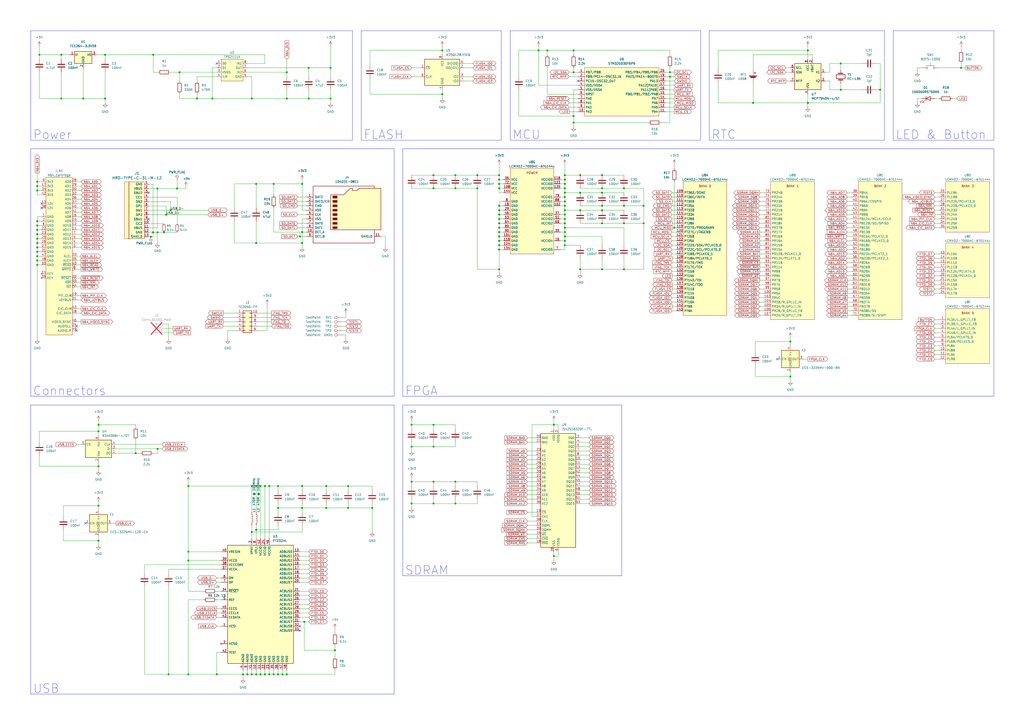
<source format=kicad_sch>
(kicad_sch (version 20231120) (generator "eeschema") (generator_version "8.0")
  (paper "A2")
  (title_block (title "SummerCart64") (date "2024-08-11") (rev "2.1") (company "Mateusz Faderewski"))
  (junction (at 332.74 67.31))
  (junction (at 289.56 124.46))
  (junction (at 289.56 156.21))
  (junction (at 361.95 129.54))
  (junction (at 179.07 39.37))
  (junction (at 189.23 281.94))
  (junction (at 151.13 391.16))
  (junction (at 327.66 132.08))
  (junction (at 289.56 129.54))
  (junction (at 361.95 119.38))
  (junction (at 349.25 156.21))
  (junction (at 57.15 270.51))
  (junction (at 109.22 320.04))
  (junction (at 373.38 129.54))
  (junction (at 21.59 105.41))
  (junction (at 97.79 391.16))
  (junction (at 327.66 114.3))
  (junction (at 349.25 111.76))
  (junction (at 21.59 146.05))
  (junction (at 88.9 31.75))
  (junction (at 251.46 109.22))
  (junction (at 327.66 139.7))
  (junction (at 238.76 279.4))
  (junction (at 114.3 57.15))
  (junction (at 166.37 41.91))
  (junction (at 251.46 259.08))
  (junction (at 161.29 294.64))
  (junction (at 156.21 391.16))
  (junction (at 349.25 109.22))
  (junction (at 57.15 293.37))
  (junction (at 327.66 111.76))
  (junction (at 158.75 391.16))
  (junction (at 276.86 109.22))
  (junction (at 264.16 101.6))
  (junction (at 327.66 137.16))
  (junction (at 327.66 101.6))
  (junction (at 194.31 377.19))
  (junction (at 21.59 130.81))
  (junction (at 327.66 134.62))
  (junction (at 468.63 29.21))
  (junction (at 179.07 57.15))
  (junction (at 321.31 246.38))
  (junction (at 57.15 313.69))
  (junction (at 166.37 57.15))
  (junction (at 60.96 31.75))
  (junction (at 327.66 116.84))
  (junction (at 327.66 142.24))
  (junction (at 289.56 127))
  (junction (at 327.66 119.38))
  (junction (at 388.62 41.91))
  (junction (at 21.59 153.67))
  (junction (at 264.16 279.4))
  (junction (at 289.56 119.38))
  (junction (at 95.123 134.747))
  (junction (at 21.59 128.27))
  (junction (at 175.26 140.97))
  (junction (at 140.97 391.16))
  (junction (at 317.5 29.21))
  (junction (at 91.313 134.747))
  (junction (at 289.56 109.22))
  (junction (at 349.25 119.38))
  (junction (at 201.93 281.94))
  (junction (at 336.55 101.6))
  (junction (at 373.38 119.38))
  (junction (at 289.56 144.78))
  (junction (at 175.26 281.94))
  (junction (at 21.59 148.59))
  (junction (at 161.29 281.94))
  (junction (at 312.42 29.21))
  (junction (at 436.88 59.69))
  (junction (at 289.56 106.68))
  (junction (at 332.74 41.91))
  (junction (at 48.26 57.15))
  (junction (at 161.29 391.16))
  (junction (at 102.743 109.347))
  (junction (at 361.95 109.22))
  (junction (at 21.59 143.51))
  (junction (at 458.47 218.44))
  (junction (at 57.15 246.38))
  (junction (at 458.47 198.12))
  (junction (at 21.59 107.95))
  (junction (at 468.63 59.69))
  (junction (at 35.56 31.75))
  (junction (at 21.59 135.89))
  (junction (at 125.73 391.16))
  (junction (at 87.503 137.287))
  (junction (at 349.25 121.92))
  (junction (at 289.56 142.24))
  (junction (at 251.46 279.4))
  (junction (at 264.16 109.22))
  (junction (at 327.66 106.68))
  (junction (at 175.26 294.64))
  (junction (at 91.44 260.35))
  (junction (at 156.21 281.94))
  (junction (at 175.26 106.68))
  (junction (at 146.05 281.94))
  (junction (at 332.74 29.21))
  (junction (at 191.77 39.37))
  (junction (at 388.62 44.45))
  (junction (at 78.74 262.89))
  (junction (at 143.51 391.16))
  (junction (at 146.05 308.61))
  (junction (at 146.05 57.15))
  (junction (at 336.55 121.92))
  (junction (at 349.25 101.6))
  (junction (at 158.75 106.68))
  (junction (at 166.37 391.16))
  (junction (at 251.46 101.6))
  (junction (at 327.66 129.54))
  (junction (at 153.67 391.16))
  (junction (at 289.56 104.14))
  (junction (at 22.86 31.75))
  (junction (at 487.68 36.83))
  (junction (at 21.59 133.35))
  (junction (at 60.96 57.15))
  (junction (at 264.16 292.1))
  (junction (at 557.53 39.37))
  (junction (at 21.59 110.49))
  (junction (at 289.56 137.16))
  (junction (at 176.53 360.68))
  (junction (at 98.933 121.92))
  (junction (at 327.66 104.14))
  (junction (at 35.56 57.15))
  (junction (at 391.16 132.08))
  (junction (at 148.59 307.34))
  (junction (at 276.86 101.6))
  (junction (at 336.55 156.21))
  (junction (at 289.56 101.6))
  (junction (at 289.56 134.62))
  (junction (at 57.15 250.19))
  (junction (at 151.13 281.94))
  (junction (at 349.25 129.54))
  (junction (at 191.77 57.15))
  (junction (at 146.05 391.16))
  (junction (at 96.393 124.587))
  (junction (at 510.54 52.07))
  (junction (at 289.56 132.08))
  (junction (at 289.56 121.92))
  (junction (at 487.68 52.07))
  (junction (at 123.19 57.15))
  (junction (at 148.59 391.16))
  (junction (at 175.26 134.62))
  (junction (at 163.83 391.16))
  (junction (at 321.31 322.58))
  (junction (at 215.9 294.64))
  (junction (at 251.46 292.1))
  (junction (at 332.74 71.12))
  (junction (at 173.99 137.16))
  (junction (at 148.59 140.97))
  (junction (at 289.56 139.7))
  (junction (at 361.95 156.21))
  (junction (at 336.55 111.76))
  (junction (at 21.59 151.13))
  (junction (at 153.67 281.94))
  (junction (at 256.54 54.61))
  (junction (at 256.54 29.21))
  (junction (at 104.14 41.91))
  (junction (at 327.66 124.46))
  (junction (at 189.23 294.64))
  (junction (at 238.76 259.08))
  (junction (at 91.313 109.347))
  (junction (at 21.59 140.97))
  (junction (at 148.59 281.94))
  (junction (at 109.22 281.94))
  (junction (at 327.66 109.22))
  (junction (at 21.59 138.43))
  (junction (at 238.76 292.1))
  (junction (at 109.22 391.16))
  (junction (at 327.66 127))
  (junction (at 201.93 294.64))
  (junction (at 238.76 246.38))
  (junction (at 109.22 325.12))
  (junction (at 251.46 246.38))
  (junction (at 88.773 134.747))
  (junction (at 148.59 106.68))
  (junction (at 327.66 121.92))
  (no_connect (at 44.45 191.77))
  (no_connect (at 44.45 189.23))
  (no_connect (at 24.13 118.11))
  (no_connect (at 24.13 120.65))
  (no_connect (at 86.233 111.887))
  (no_connect (at 335.28 46.99))
  (no_connect (at 125.73 36.83))
  (no_connect (at 173.99 363.22))
  (no_connect (at 173.99 365.76))
  (no_connect (at 86.233 127.127))
  (no_connect (at 49.53 303.53))
  (no_connect (at 128.27 373.38))
  (no_connect (at 450.85 208.28))
  (wire (pts (xy 123.19 39.37) (xy 123.19 57.15)))
  (wire (pts (xy 332.74 39.37) (xy 332.74 41.91)))
  (wire (pts (xy 440.69 165.1) (xy 443.23 165.1)))
  (wire (pts (xy 389.89 147.32) (xy 392.43 147.32)))
  (wire (pts (xy 389.89 114.3) (xy 392.43 114.3)))
  (wire (pts (xy 391.16 95.25) (xy 391.16 97.79)))
  (wire (pts (xy 78.74 255.27) (xy 78.74 262.89)))
  (wire (pts (xy 336.55 289.56) (xy 341.63 289.56)))
  (wire (pts (xy 542.29 127) (xy 544.83 127)))
  (wire (pts (xy 336.55 287.02) (xy 341.63 287.02)))
  (wire (pts (xy 173.99 347.98) (xy 179.07 347.98)))
  (wire (pts (xy 386.08 44.45) (xy 388.62 44.45)))
  (wire (pts (xy 264.16 259.08) (xy 264.16 256.54)))
  (wire (pts (xy 317.5 29.21) (xy 332.74 29.21)))
  (wire (pts (xy 336.55 101.6) (xy 349.25 101.6)))
  (wire (pts (xy 86.233 109.347) (xy 91.313 109.347)))
  (wire (pts (xy 21.59 135.89) (xy 21.59 138.43)))
  (wire (pts (xy 201.93 281.94) (xy 201.93 284.48)))
  (wire (pts (xy 389.89 134.62) (xy 392.43 134.62)))
  (wire (pts (xy 542.29 129.54) (xy 544.83 129.54)))
  (wire (pts (xy 125.73 342.9) (xy 128.27 342.9)))
  (wire (pts (xy 22.86 31.75) (xy 35.56 31.75)))
  (wire (pts (xy 468.63 54.61) (xy 468.63 59.69)))
  (wire (pts (xy 491.49 175.26) (xy 494.03 175.26)))
  (wire (pts (xy 386.08 52.07) (xy 391.16 52.07)))
  (wire (pts (xy 306.07 302.26) (xy 311.15 302.26)))
  (wire (pts (xy 148.59 281.94) (xy 146.05 281.94)))
  (wire (pts (xy 148.59 307.34) (xy 148.59 312.42)))
  (wire (pts (xy 114.3 44.45) (xy 125.73 44.45)))
  (polyline (pts (xy 513.08 17.78) (xy 513.08 81.28)))
  (wire (pts (xy 389.89 172.72) (xy 392.43 172.72)))
  (wire (pts (xy 238.76 243.84) (xy 238.76 246.38)))
  (wire (pts (xy 238.76 39.37) (xy 243.84 39.37)))
  (polyline (pts (xy 295.91 17.78) (xy 406.4 17.78)))
  (wire (pts (xy 481.33 52.07) (xy 487.68 52.07)))
  (wire (pts (xy 125.73 347.98) (xy 128.27 347.98)))
  (wire (pts (xy 325.12 134.62) (xy 327.66 134.62)))
  (wire (pts (xy 83.82 391.16) (xy 97.79 391.16)))
  (wire (pts (xy 542.29 149.86) (xy 544.83 149.86)))
  (wire (pts (xy 238.76 276.86) (xy 238.76 279.4)))
  (wire (pts (xy 491.49 160.02) (xy 494.03 160.02)))
  (wire (pts (xy 383.54 71.12) (xy 388.62 71.12)))
  (wire (pts (xy 361.95 156.21) (xy 373.38 156.21)))
  (wire (pts (xy 373.38 109.22) (xy 373.38 119.38)))
  (wire (pts (xy 276.86 109.22) (xy 276.86 156.21)))
  (wire (pts (xy 57.15 290.83) (xy 57.15 293.37)))
  (wire (pts (xy 158.75 120.65) (xy 158.75 134.62)))
  (wire (pts (xy 491.49 114.3) (xy 494.03 114.3)))
  (wire (pts (xy 321.31 322.58) (xy 323.85 322.58)))
  (wire (pts (xy 306.07 284.48) (xy 311.15 284.48)))
  (wire (pts (xy 44.45 138.43) (xy 46.99 138.43)))
  (wire (pts (xy 458.47 215.9) (xy 458.47 218.44)))
  (wire (pts (xy 264.16 246.38) (xy 264.16 248.92)))
  (wire (pts (xy 238.76 279.4) (xy 251.46 279.4)))
  (wire (pts (xy 308.61 246.38) (xy 321.31 246.38)))
  (polyline (pts (xy 228.6 402.59) (xy 17.78 402.59)))
  (wire (pts (xy 148.59 106.68) (xy 158.75 106.68)))
  (wire (pts (xy 336.55 261.62) (xy 341.63 261.62)))
  (wire (pts (xy 440.69 180.34) (xy 443.23 180.34)))
  (wire (pts (xy 289.56 124.46) (xy 289.56 127)))
  (wire (pts (xy 332.74 71.12) (xy 375.92 71.12)))
  (polyline (pts (xy 233.68 86.36) (xy 233.68 229.87)))
  (wire (pts (xy 256.54 54.61) (xy 214.63 54.61)))
  (wire (pts (xy 330.2 59.69) (xy 335.28 59.69)))
  (wire (pts (xy 175.26 127) (xy 175.26 134.62)))
  (wire (pts (xy 200.66 189.23) (xy 198.12 189.23)))
  (wire (pts (xy 349.25 156.21) (xy 361.95 156.21)))
  (wire (pts (xy 557.53 26.67) (xy 557.53 29.21)))
  (polyline (pts (xy 228.6 229.87) (xy 17.78 229.87)))
  (wire (pts (xy 173.99 345.44) (xy 179.07 345.44)))
  (wire (pts (xy 189.23 292.1) (xy 189.23 294.64)))
  (wire (pts (xy 238.76 248.92) (xy 238.76 246.38)))
  (wire (pts (xy 438.15 198.12) (xy 458.47 198.12)))
  (wire (pts (xy 238.76 292.1) (xy 251.46 292.1)))
  (wire (pts (xy 349.25 119.38) (xy 361.95 119.38)))
  (wire (pts (xy 440.69 111.76) (xy 443.23 111.76)))
  (wire (pts (xy 24.13 125.73) (xy 21.59 125.73)))
  (wire (pts (xy 336.55 259.08) (xy 341.63 259.08)))
  (wire (pts (xy 91.313 134.747) (xy 95.123 134.747)))
  (wire (pts (xy 251.46 246.38) (xy 264.16 246.38)))
  (wire (pts (xy 179.07 39.37) (xy 179.07 44.45)))
  (wire (pts (xy 542.29 132.08) (xy 544.83 132.08)))
  (wire (pts (xy 349.25 137.16) (xy 327.66 137.16)))
  (wire (pts (xy 158.75 106.68) (xy 158.75 113.03)))
  (wire (pts (xy 361.95 132.08) (xy 361.95 142.24)))
  (wire (pts (xy 455.93 39.37) (xy 458.47 39.37)))
  (wire (pts (xy 468.63 59.69) (xy 468.63 62.23)))
  (wire (pts (xy 153.67 391.16) (xy 156.21 391.16)))
  (wire (pts (xy 330.2 64.77) (xy 335.28 64.77)))
  (wire (pts (xy 172.72 114.3) (xy 177.8 114.3)))
  (wire (pts (xy 389.89 111.76) (xy 392.43 111.76)))
  (wire (pts (xy 542.29 162.56) (xy 544.83 162.56)))
  (wire (pts (xy 327.66 132.08) (xy 327.66 129.54)))
  (wire (pts (xy 109.22 325.12) (xy 109.22 320.04)))
  (wire (pts (xy 542.29 114.3) (xy 544.83 114.3)))
  (wire (pts (xy 44.45 173.99) (xy 46.99 173.99)))
  (wire (pts (xy 289.56 109.22) (xy 292.1 109.22)))
  (wire (pts (xy 22.86 26.67) (xy 22.86 31.75)))
  (wire (pts (xy 104.14 41.91) (xy 104.14 46.99)))
  (wire (pts (xy 21.59 130.81) (xy 21.59 133.35)))
  (wire (pts (xy 542.29 160.02) (xy 544.83 160.02)))
  (wire (pts (xy 323.85 248.92) (xy 323.85 246.38)))
  (wire (pts (xy 491.49 124.46) (xy 494.03 124.46)))
  (wire (pts (xy 440.69 127) (xy 443.23 127)))
  (wire (pts (xy 161.29 391.16) (xy 163.83 391.16)))
  (wire (pts (xy 125.73 39.37) (xy 123.19 39.37)))
  (wire (pts (xy 349.25 142.24) (xy 349.25 137.16)))
  (wire (pts (xy 44.45 171.45) (xy 46.99 171.45)))
  (wire (pts (xy 389.89 129.54) (xy 392.43 129.54)))
  (polyline (pts (xy 17.78 234.95) (xy 17.78 402.59)))
  (wire (pts (xy 289.56 119.38) (xy 292.1 119.38)))
  (wire (pts (xy 153.67 36.83) (xy 153.67 31.75)))
  (wire (pts (xy 306.07 271.78) (xy 311.15 271.78)))
  (wire (pts (xy 306.07 289.56) (xy 311.15 289.56)))
  (polyline (pts (xy 576.58 229.87) (xy 233.68 229.87)))
  (wire (pts (xy 176.53 360.68) (xy 179.07 360.68)))
  (wire (pts (xy 491.49 167.64) (xy 494.03 167.64)))
  (wire (pts (xy 389.89 139.7) (xy 392.43 139.7)))
  (wire (pts (xy 24.13 113.03) (xy 21.59 113.03)))
  (wire (pts (xy 135.89 120.65) (xy 135.89 106.68)))
  (wire (pts (xy 220.98 137.16) (xy 223.52 137.16)))
  (wire (pts (xy 361.95 129.54) (xy 373.38 129.54)))
  (wire (pts (xy 148.59 297.18) (xy 148.59 281.94)))
  (wire (pts (xy 87.503 137.287) (xy 86.233 137.287)))
  (wire (pts (xy 306.07 312.42) (xy 311.15 312.42)))
  (wire (pts (xy 491.49 149.86) (xy 494.03 149.86)))
  (wire (pts (xy 21.59 146.05) (xy 21.59 148.59)))
  (wire (pts (xy 373.38 129.54) (xy 373.38 156.21)))
  (wire (pts (xy 91.44 260.35) (xy 93.98 260.35)))
  (wire (pts (xy 22.86 256.54) (xy 22.86 250.19)))
  (wire (pts (xy 289.56 134.62) (xy 292.1 134.62)))
  (wire (pts (xy 57.15 243.84) (xy 57.15 246.38)))
  (wire (pts (xy 289.56 144.78) (xy 289.56 156.21)))
  (wire (pts (xy 312.42 29.21) (xy 312.42 49.53)))
  (wire (pts (xy 389.89 177.8) (xy 392.43 177.8)))
  (wire (pts (xy 57.15 313.69) (xy 57.15 316.23)))
  (wire (pts (xy 200.66 191.77) (xy 198.12 191.77)))
  (wire (pts (xy 336.55 269.24) (xy 341.63 269.24)))
  (wire (pts (xy 146.05 57.15) (xy 123.19 57.15)))
  (wire (pts (xy 289.56 106.68) (xy 292.1 106.68)))
  (wire (pts (xy 323.85 322.58) (xy 323.85 320.04)))
  (wire (pts (xy 44.45 153.67) (xy 46.99 153.67)))
  (wire (pts (xy 88.9 31.75) (xy 88.9 41.91)))
  (wire (pts (xy 327.66 119.38) (xy 327.66 116.84)))
  (wire (pts (xy 166.37 41.91) (xy 166.37 44.45)))
  (wire (pts (xy 289.56 139.7) (xy 292.1 139.7)))
  (wire (pts (xy 125.73 355.6) (xy 128.27 355.6)))
  (wire (pts (xy 97.79 330.2) (xy 97.79 332.74)))
  (wire (pts (xy 269.24 44.45) (xy 274.32 44.45)))
  (wire (pts (xy 88.9 262.89) (xy 91.44 262.89)))
  (wire (pts (xy 57.15 311.15) (xy 57.15 313.69)))
  (wire (pts (xy 552.45 57.15) (xy 554.99 57.15)))
  (wire (pts (xy 276.86 292.1) (xy 276.86 289.56)))
  (wire (pts (xy 289.56 142.24) (xy 292.1 142.24)))
  (wire (pts (xy 21.59 135.89) (xy 24.13 135.89)))
  (wire (pts (xy 166.37 52.07) (xy 166.37 57.15)))
  (wire (pts (xy 542.29 154.94) (xy 544.83 154.94)))
  (wire (pts (xy 330.2 57.15) (xy 335.28 57.15)))
  (wire (pts (xy 173.99 320.04) (xy 179.07 320.04)))
  (wire (pts (xy 86.233 124.587) (xy 96.393 124.587)))
  (wire (pts (xy 276.86 156.21) (xy 289.56 156.21)))
  (wire (pts (xy 173.99 332.74) (xy 179.07 332.74)))
  (wire (pts (xy 35.56 41.91) (xy 35.56 57.15)))
  (wire (pts (xy 542.29 165.1) (xy 544.83 165.1)))
  (wire (pts (xy 481.33 41.91) (xy 481.33 36.83)))
  (wire (pts (xy 143.51 391.16) (xy 146.05 391.16)))
  (wire (pts (xy 491.49 111.76) (xy 494.03 111.76)))
  (wire (pts (xy 491.49 116.84) (xy 494.03 116.84)))
  (wire (pts (xy 140.97 388.62) (xy 140.97 391.16)))
  (wire (pts (xy 140.97 391.16) (xy 143.51 391.16)))
  (wire (pts (xy 292.1 111.76) (xy 289.56 111.76)))
  (wire (pts (xy 44.45 130.81) (xy 46.99 130.81)))
  (wire (pts (xy 440.69 177.8) (xy 443.23 177.8)))
  (wire (pts (xy 264.16 292.1) (xy 276.86 292.1)))
  (wire (pts (xy 487.68 36.83) (xy 487.68 40.64)))
  (wire (pts (xy 129.54 184.15) (xy 137.16 184.15)))
  (wire (pts (xy 289.56 137.16) (xy 292.1 137.16)))
  (wire (pts (xy 98.933 116.967) (xy 98.933 121.92)))
  (wire (pts (xy 349.25 109.22) (xy 361.95 109.22)))
  (wire (pts (xy 166.37 391.16) (xy 166.37 388.62)))
  (wire (pts (xy 175.26 134.62) (xy 175.26 140.97)))
  (wire (pts (xy 491.49 121.92) (xy 494.03 121.92)))
  (wire (pts (xy 60.96 41.91) (xy 60.96 57.15)))
  (wire (pts (xy 440.69 175.26) (xy 443.23 175.26)))
  (wire (pts (xy 336.55 266.7) (xy 341.63 266.7)))
  (wire (pts (xy 542.29 147.32) (xy 544.83 147.32)))
  (wire (pts (xy 306.07 264.16) (xy 311.15 264.16)))
  (wire (pts (xy 306.07 297.18) (xy 311.15 297.18)))
  (wire (pts (xy 125.73 337.82) (xy 128.27 337.82)))
  (wire (pts (xy 172.72 116.84) (xy 177.8 116.84)))
  (wire (pts (xy 306.07 274.32) (xy 311.15 274.32)))
  (wire (pts (xy 478.79 41.91) (xy 481.33 41.91)))
  (polyline (pts (xy 290.83 81.28) (xy 209.55 81.28)))
  (wire (pts (xy 176.53 377.19) (xy 194.31 377.19)))
  (wire (pts (xy 478.79 46.99) (xy 481.33 46.99)))
  (wire (pts (xy 86.233 129.667) (xy 95.123 129.667)))
  (wire (pts (xy 21.59 140.97) (xy 21.59 143.51)))
  (wire (pts (xy 44.45 181.61) (xy 46.99 181.61)))
  (wire (pts (xy 321.31 246.38) (xy 321.31 248.92)))
  (wire (pts (xy 300.99 67.31) (xy 332.74 67.31)))
  (wire (pts (xy 534.67 39.37) (xy 532.13 39.37)))
  (wire (pts (xy 438.15 218.44) (xy 458.47 218.44)))
  (wire (pts (xy 251.46 279.4) (xy 264.16 279.4)))
  (wire (pts (xy 200.66 194.31) (xy 200.66 196.85)))
  (wire (pts (xy 158.75 388.62) (xy 158.75 391.16)))
  (wire (pts (xy 176.53 360.68) (xy 176.53 377.19)))
  (wire (pts (xy 491.49 144.78) (xy 494.03 144.78)))
  (wire (pts (xy 336.55 111.76) (xy 349.25 111.76)))
  (wire (pts (xy 97.79 330.2) (xy 128.27 330.2)))
  (wire (pts (xy 292.1 116.84) (xy 289.56 116.84)))
  (wire (pts (xy 148.59 391.16) (xy 151.13 391.16)))
  (wire (pts (xy 361.95 149.86) (xy 361.95 156.21)))
  (wire (pts (xy 148.59 128.27) (xy 148.59 140.97)))
  (wire (pts (xy 161.29 281.94) (xy 161.29 284.48)))
  (polyline (pts (xy 576.58 81.28) (xy 518.16 81.28)))
  (polyline (pts (xy 17.78 86.36) (xy 228.6 86.36)))
  (wire (pts (xy 306.07 281.94) (xy 311.15 281.94)))
  (wire (pts (xy 416.56 48.26) (xy 416.56 59.69)))
  (wire (pts (xy 22.86 41.91) (xy 22.86 57.15)))
  (wire (pts (xy 542.29 152.4) (xy 544.83 152.4)))
  (wire (pts (xy 510.54 52.07) (xy 510.54 59.69)))
  (wire (pts (xy 35.56 57.15) (xy 48.26 57.15)))
  (wire (pts (xy 238.76 109.22) (xy 251.46 109.22)))
  (wire (pts (xy 300.99 29.21) (xy 312.42 29.21)))
  (wire (pts (xy 114.3 57.15) (xy 123.19 57.15)))
  (wire (pts (xy 156.21 388.62) (xy 156.21 391.16)))
  (wire (pts (xy 542.29 208.28) (xy 544.83 208.28)))
  (wire (pts (xy 389.89 165.1) (xy 392.43 165.1)))
  (polyline (pts (xy 406.4 17.78) (xy 406.4 81.28)))
  (wire (pts (xy 44.45 105.41) (xy 46.99 105.41)))
  (wire (pts (xy 438.15 204.47) (xy 438.15 198.12)))
  (wire (pts (xy 388.62 41.91) (xy 391.16 41.91)))
  (wire (pts (xy 327.66 111.76) (xy 327.66 114.3)))
  (wire (pts (xy 173.99 358.14) (xy 179.07 358.14)))
  (wire (pts (xy 173.99 353.06) (xy 179.07 353.06)))
  (wire (pts (xy 458.47 218.44) (xy 458.47 220.98)))
  (wire (pts (xy 21.59 128.27) (xy 21.59 130.81)))
  (wire (pts (xy 158.75 106.68) (xy 175.26 106.68)))
  (wire (pts (xy 86.233 114.427) (xy 102.743 114.427)))
  (wire (pts (xy 156.21 281.94) (xy 156.21 312.42)))
  (wire (pts (xy 389.89 144.78) (xy 392.43 144.78)))
  (wire (pts (xy 22.86 57.15) (xy 35.56 57.15)))
  (wire (pts (xy 491.49 170.18) (xy 494.03 170.18)))
  (wire (pts (xy 118.11 342.9) (xy 109.22 342.9)))
  (wire (pts (xy 330.2 62.23) (xy 335.28 62.23)))
  (wire (pts (xy 86.233 134.747) (xy 88.773 134.747)))
  (wire (pts (xy 542.29 111.76) (xy 544.83 111.76)))
  (wire (pts (xy 306.07 261.62) (xy 311.15 261.62)))
  (wire (pts (xy 306.07 254) (xy 311.15 254)))
  (polyline (pts (xy 290.83 17.78) (xy 290.83 81.28)))
  (wire (pts (xy 44.45 156.21) (xy 46.99 156.21)))
  (wire (pts (xy 21.59 133.35) (xy 24.13 133.35)))
  (wire (pts (xy 173.99 335.28) (xy 179.07 335.28)))
  (wire (pts (xy 289.56 132.08) (xy 292.1 132.08)))
  (wire (pts (xy 491.49 139.7) (xy 494.03 139.7)))
  (wire (pts (xy 471.17 31.75) (xy 436.88 31.75)))
  (wire (pts (xy 140.97 391.16) (xy 140.97 393.7)))
  (wire (pts (xy 238.76 259.08) (xy 251.46 259.08)))
  (wire (pts (xy 306.07 287.02) (xy 311.15 287.02)))
  (wire (pts (xy 440.69 139.7) (xy 443.23 139.7)))
  (polyline (pts (xy 17.78 86.36) (xy 17.78 229.87)))
  (wire (pts (xy 175.26 140.97) (xy 175.26 143.51)))
  (wire (pts (xy 22.86 250.19) (xy 57.15 250.19)))
  (wire (pts (xy 175.26 127) (xy 177.8 127)))
  (wire (pts (xy 21.59 133.35) (xy 21.59 135.89)))
  (wire (pts (xy 78.74 262.89) (xy 81.28 262.89)))
  (wire (pts (xy 327.66 119.38) (xy 327.66 121.92)))
  (wire (pts (xy 327.66 121.92) (xy 327.66 124.46)))
  (wire (pts (xy 172.72 137.16) (xy 173.99 137.16)))
  (wire (pts (xy 327.66 124.46) (xy 325.12 124.46)))
  (wire (pts (xy 386.08 49.53) (xy 391.16 49.53)))
  (wire (pts (xy 173.99 330.2) (xy 179.07 330.2)))
  (wire (pts (xy 48.26 39.37) (xy 48.26 57.15)))
  (wire (pts (xy 156.21 391.16) (xy 158.75 391.16)))
  (wire (pts (xy 336.55 264.16) (xy 341.63 264.16)))
  (wire (pts (xy 542.29 198.12) (xy 544.83 198.12)))
  (polyline (pts (xy 17.78 17.78) (xy 204.47 17.78)))
  (wire (pts (xy 44.45 123.19) (xy 46.99 123.19)))
  (wire (pts (xy 440.69 134.62) (xy 443.23 134.62)))
  (wire (pts (xy 175.26 104.14) (xy 175.26 106.68)))
  (wire (pts (xy 109.22 391.16) (xy 125.73 391.16)))
  (wire (pts (xy 57.15 250.19) (xy 57.15 252.73)))
  (wire (pts (xy 336.55 156.21) (xy 336.55 158.75)))
  (wire (pts (xy 60.96 31.75) (xy 88.9 31.75)))
  (wire (pts (xy 327.66 137.16) (xy 327.66 139.7)))
  (wire (pts (xy 289.56 119.38) (xy 289.56 121.92)))
  (wire (pts (xy 251.46 259.08) (xy 264.16 259.08)))
  (wire (pts (xy 67.31 262.89) (xy 78.74 262.89)))
  (wire (pts (xy 542.29 200.66) (xy 544.83 200.66)))
  (wire (pts (xy 97.79 187.96) (xy 97.79 196.85)))
  (wire (pts (xy 91.313 132.207) (xy 86.233 132.207)))
  (wire (pts (xy 349.25 149.86) (xy 349.25 156.21)))
  (polyline (pts (xy 209.55 17.78) (xy 209.55 81.28)))
  (wire (pts (xy 440.69 129.54) (xy 443.23 129.54)))
  (wire (pts (xy 440.69 132.08) (xy 443.23 132.08)))
  (wire (pts (xy 510.54 36.83) (xy 510.54 52.07)))
  (wire (pts (xy 57.15 246.38) (xy 78.74 246.38)))
  (wire (pts (xy 143.51 388.62) (xy 143.51 391.16)))
  (wire (pts (xy 440.69 121.92) (xy 443.23 121.92)))
  (wire (pts (xy 440.69 154.94) (xy 443.23 154.94)))
  (wire (pts (xy 55.88 31.75) (xy 60.96 31.75)))
  (wire (pts (xy 238.76 246.38) (xy 251.46 246.38)))
  (wire (pts (xy 21.59 140.97) (xy 24.13 140.97)))
  (wire (pts (xy 306.07 269.24) (xy 311.15 269.24)))
  (wire (pts (xy 102.743 109.347) (xy 107.823 109.347)))
  (wire (pts (xy 91.44 41.91) (xy 88.9 41.91)))
  (wire (pts (xy 508 36.83) (xy 510.54 36.83)))
  (wire (pts (xy 327.66 127) (xy 327.66 124.46)))
  (wire (pts (xy 289.56 104.14) (xy 292.1 104.14)))
  (wire (pts (xy 151.13 391.16) (xy 153.67 391.16)))
  (wire (pts (xy 487.68 52.07) (xy 500.38 52.07)))
  (wire (pts (xy 194.31 377.19) (xy 194.31 381)))
  (wire (pts (xy 466.09 208.28) (xy 468.63 208.28)))
  (wire (pts (xy 440.69 124.46) (xy 443.23 124.46)))
  (wire (pts (xy 491.49 182.88) (xy 494.03 182.88)))
  (wire (pts (xy 173.99 322.58) (xy 179.07 322.58)))
  (wire (pts (xy 389.89 127) (xy 392.43 127)))
  (wire (pts (xy 289.56 142.24) (xy 289.56 144.78)))
  (wire (pts (xy 336.55 276.86) (xy 341.63 276.86)))
  (wire (pts (xy 491.49 157.48) (xy 494.03 157.48)))
  (wire (pts (xy 201.93 281.94) (xy 215.9 281.94)))
  (polyline (pts (xy 406.4 81.28) (xy 295.91 81.28)))
  (wire (pts (xy 175.26 292.1) (xy 175.26 294.64)))
  (wire (pts (xy 99.06 41.91) (xy 104.14 41.91)))
  (wire (pts (xy 104.14 41.91) (xy 125.73 41.91)))
  (wire (pts (xy 481.33 36.83) (xy 487.68 36.83)))
  (wire (pts (xy 349.25 129.54) (xy 361.95 129.54)))
  (wire (pts (xy 153.67 281.94) (xy 156.21 281.94)))
  (wire (pts (xy 269.24 39.37) (xy 274.32 39.37)))
  (wire (pts (xy 264.16 101.6) (xy 276.86 101.6)))
  (wire (pts (xy 44.45 161.29) (xy 46.99 161.29)))
  (wire (pts (xy 440.69 147.32) (xy 443.23 147.32)))
  (wire (pts (xy 149.86 181.61) (xy 157.48 181.61)))
  (wire (pts (xy 21.59 143.51) (xy 21.59 146.05)))
  (wire (pts (xy 542.29 187.96) (xy 544.83 187.96)))
  (wire (pts (xy 143.51 36.83) (xy 153.67 36.83)))
  (wire (pts (xy 128.27 327.66) (xy 83.82 327.66)))
  (wire (pts (xy 306.07 276.86) (xy 311.15 276.86)))
  (polyline (pts (xy 209.55 17.78) (xy 290.83 17.78)))
  (polyline (pts (xy 17.78 81.28) (xy 17.78 17.78)))
  (wire (pts (xy 389.89 157.48) (xy 392.43 157.48)))
  (wire (pts (xy 118.11 347.98) (xy 109.22 347.98)))
  (wire (pts (xy 455.93 46.99) (xy 458.47 46.99)))
  (wire (pts (xy 83.82 327.66) (xy 83.82 332.74)))
  (wire (pts (xy 44.45 148.59) (xy 46.99 148.59)))
  (wire (pts (xy 36.83 307.34) (xy 36.83 313.69)))
  (wire (pts (xy 327.66 109.22) (xy 327.66 111.76)))
  (wire (pts (xy 238.76 289.56) (xy 238.76 292.1)))
  (wire (pts (xy 91.313 141.097) (xy 91.313 134.747)))
  (wire (pts (xy 44.45 128.27) (xy 46.99 128.27)))
  (wire (pts (xy 173.99 325.12) (xy 179.07 325.12)))
  (wire (pts (xy 389.89 175.26) (xy 392.43 175.26)))
  (wire (pts (xy 349.25 111.76) (xy 361.95 111.76)))
  (wire (pts (xy 151.13 281.94) (xy 151.13 312.42)))
  (wire (pts (xy 491.49 137.16) (xy 494.03 137.16)))
  (wire (pts (xy 389.89 132.08) (xy 391.16 132.08)))
  (wire (pts (xy 436.88 48.26) (xy 436.88 59.69)))
  (wire (pts (xy 440.69 157.48) (xy 443.23 157.48)))
  (wire (pts (xy 251.46 292.1) (xy 264.16 292.1)))
  (wire (pts (xy 544.83 39.37) (xy 557.53 39.37)))
  (wire (pts (xy 491.49 172.72) (xy 494.03 172.72)))
  (wire (pts (xy 109.22 342.9) (xy 109.22 325.12)))
  (wire (pts (xy 95.25 190.5) (xy 100.33 190.5)))
  (wire (pts (xy 21.59 151.13) (xy 21.59 153.67)))
  (wire (pts (xy 83.82 340.36) (xy 83.82 391.16)))
  (wire (pts (xy 156.21 281.94) (xy 161.29 281.94)))
  (wire (pts (xy 336.55 256.54) (xy 341.63 256.54)))
  (wire (pts (xy 238.76 256.54) (xy 238.76 259.08)))
  (wire (pts (xy 256.54 54.61) (xy 256.54 57.15)))
  (wire (pts (xy 143.51 44.45) (xy 146.05 44.45)))
  (wire (pts (xy 57.15 293.37) (xy 57.15 295.91)))
  (wire (pts (xy 289.56 121.92) (xy 292.1 121.92)))
  (wire (pts (xy 64.77 303.53) (xy 67.31 303.53)))
  (wire (pts (xy 166.37 41.91) (xy 166.37 34.29)))
  (wire (pts (xy 173.99 360.68) (xy 176.53 360.68)))
  (wire (pts (xy 468.63 29.21) (xy 416.56 29.21)))
  (wire (pts (xy 44.45 133.35) (xy 46.99 133.35)))
  (wire (pts (xy 95.25 187.96) (xy 97.79 187.96)))
  (wire (pts (xy 389.89 137.16) (xy 392.43 137.16)))
  (wire (pts (xy 175.26 294.64) (xy 175.26 297.18)))
  (wire (pts (xy 321.31 320.04) (xy 321.31 322.58)))
  (wire (pts (xy 542.29 116.84) (xy 544.83 116.84)))
  (wire (pts (xy 327.66 116.84) (xy 327.66 114.3)))
  (wire (pts (xy 57.15 267.97) (xy 57.15 270.51)))
  (wire (pts (xy 175.26 281.94) (xy 189.23 281.94)))
  (wire (pts (xy 198.12 194.31) (xy 200.66 194.31)))
  (wire (pts (xy 102.743 114.427) (xy 102.743 129.667)))
  (wire (pts (xy 361.95 119.38) (xy 373.38 119.38)))
  (wire (pts (xy 256.54 26.67) (xy 256.54 29.21)))
  (wire (pts (xy 60.96 57.15) (xy 48.26 57.15)))
  (polyline (pts (xy 411.48 17.78) (xy 411.48 81.28)))
  (wire (pts (xy 455.93 41.91) (xy 458.47 41.91)))
  (polyline (pts (xy 228.6 234.95) (xy 228.6 402.59)))
  (wire (pts (xy 361.95 109.22) (xy 373.38 109.22)))
  (wire (pts (xy 98.933 121.92) (xy 98.933 122.047)))
  (wire (pts (xy 146.05 281.94) (xy 146.05 297.18)))
  (wire (pts (xy 102.743 134.747) (xy 95.123 134.747)))
  (wire (pts (xy 22.86 264.16) (xy 22.86 270.51)))
  (wire (pts (xy 491.49 152.4) (xy 494.03 152.4)))
  (wire (pts (xy 148.59 281.94) (xy 151.13 281.94)))
  (wire (pts (xy 44.45 120.65) (xy 46.99 120.65)))
  (wire (pts (xy 173.99 342.9) (xy 179.07 342.9)))
  (wire (pts (xy 289.56 132.08) (xy 289.56 134.62)))
  (wire (pts (xy 238.76 292.1) (xy 238.76 294.64)))
  (wire (pts (xy 86.233 119.507) (xy 96.393 119.507)))
  (wire (pts (xy 416.56 29.21) (xy 416.56 40.64)))
  (wire (pts (xy 35.56 31.75) (xy 40.64 31.75)))
  (wire (pts (xy 21.59 128.27) (xy 24.13 128.27)))
  (wire (pts (xy 325.12 116.84) (xy 327.66 116.84)))
  (wire (pts (xy 386.08 46.99) (xy 391.16 46.99)))
  (wire (pts (xy 88.773 106.807) (xy 88.773 134.747)))
  (wire (pts (xy 336.55 274.32) (xy 341.63 274.32)))
  (wire (pts (xy 289.56 137.16) (xy 289.56 139.7)))
  (wire (pts (xy 491.49 147.32) (xy 494.03 147.32)))
  (wire (pts (xy 149.86 186.69) (xy 157.48 186.69)))
  (wire (pts (xy 542.29 203.2) (xy 544.83 203.2)))
  (wire (pts (xy 201.93 292.1) (xy 201.93 294.64)))
  (wire (pts (xy 189.23 281.94) (xy 189.23 284.48)))
  (wire (pts (xy 97.79 340.36) (xy 97.79 391.16)))
  (wire (pts (xy 44.45 110.49) (xy 46.99 110.49)))
  (wire (pts (xy 542.29 195.58) (xy 544.83 195.58)))
  (wire (pts (xy 109.22 320.04) (xy 128.27 320.04)))
  (wire (pts (xy 44.45 140.97) (xy 46.99 140.97)))
  (wire (pts (xy 289.56 111.76) (xy 289.56 109.22)))
  (wire (pts (xy 57.15 270.51) (xy 57.15 273.05)))
  (wire (pts (xy 135.89 128.27) (xy 135.89 140.97)))
  (wire (pts (xy 391.16 105.41) (xy 391.16 132.08)))
  (polyline (pts (xy 518.16 17.78) (xy 518.16 81.28)))
  (polyline (pts (xy 518.16 17.78) (xy 576.58 17.78)))
  (wire (pts (xy 189.23 294.64) (xy 201.93 294.64)))
  (wire (pts (xy 179.07 52.07) (xy 179.07 57.15)))
  (wire (pts (xy 102.743 104.267) (xy 102.743 109.347)))
  (wire (pts (xy 129.54 186.69) (xy 137.16 186.69)))
  (wire (pts (xy 389.89 121.92) (xy 392.43 121.92)))
  (wire (pts (xy 325.12 109.22) (xy 327.66 109.22)))
  (wire (pts (xy 386.08 62.23) (xy 391.16 62.23)))
  (wire (pts (xy 21.59 148.59) (xy 24.13 148.59)))
  (wire (pts (xy 238.76 281.94) (xy 238.76 279.4)))
  (wire (pts (xy 327.66 101.6) (xy 327.66 104.14)))
  (wire (pts (xy 389.89 180.34) (xy 392.43 180.34)))
  (wire (pts (xy 194.31 374.65) (xy 194.31 377.19)))
  (wire (pts (xy 191.77 59.69) (xy 191.77 57.15)))
  (wire (pts (xy 532.13 39.37) (xy 532.13 41.91)))
  (wire (pts (xy 317.5 39.37) (xy 317.5 54.61)))
  (wire (pts (xy 491.49 165.1) (xy 494.03 165.1)))
  (wire (pts (xy 172.72 129.54) (xy 177.8 129.54)))
  (wire (pts (xy 481.33 46.99) (xy 481.33 52.07)))
  (wire (pts (xy 175.26 294.64) (xy 189.23 294.64)))
  (wire (pts (xy 440.69 160.02) (xy 443.23 160.02)))
  (wire (pts (xy 44.45 125.73) (xy 46.99 125.73)))
  (wire (pts (xy 143.51 41.91) (xy 166.37 41.91)))
  (wire (pts (xy 289.56 127) (xy 289.56 129.54)))
  (wire (pts (xy 175.26 134.62) (xy 177.8 134.62)))
  (wire (pts (xy 332.74 71.12) (xy 332.74 73.66)))
  (wire (pts (xy 98.933 121.92) (xy 120.777 121.92)))
  (wire (pts (xy 256.54 29.21) (xy 214.63 29.21)))
  (wire (pts (xy 44.45 163.83) (xy 46.99 163.83)))
  (wire (pts (xy 264.16 279.4) (xy 276.86 279.4)))
  (wire (pts (xy 158.75 134.62) (xy 173.99 134.62)))
  (wire (pts (xy 306.07 304.8) (xy 311.15 304.8)))
  (wire (pts (xy 173.99 350.52) (xy 179.07 350.52)))
  (wire (pts (xy 542.29 185.42) (xy 544.83 185.42)))
  (wire (pts (xy 215.9 292.1) (xy 215.9 294.64)))
  (wire (pts (xy 44.45 257.81) (xy 46.99 257.81)))
  (wire (pts (xy 161.29 292.1) (xy 161.29 294.64)))
  (wire (pts (xy 104.14 54.61) (xy 104.14 57.15)))
  (wire (pts (xy 173.99 327.66) (xy 179.07 327.66)))
  (wire (pts (xy 215.9 284.48) (xy 215.9 281.94)))
  (wire (pts (xy 321.31 322.58) (xy 321.31 325.12)))
  (wire (pts (xy 88.9 31.75) (xy 153.67 31.75)))
  (wire (pts (xy 311.15 299.72) (xy 308.61 299.72)))
  (polyline (pts (xy 513.08 81.28) (xy 411.48 81.28)))
  (wire (pts (xy 151.13 388.62) (xy 151.13 391.16)))
  (wire (pts (xy 251.46 246.38) (xy 251.46 248.92)))
  (wire (pts (xy 325.12 104.14) (xy 327.66 104.14)))
  (wire (pts (xy 327.66 142.24) (xy 336.55 142.24)))
  (wire (pts (xy 109.22 281.94) (xy 109.22 320.04)))
  (wire (pts (xy 336.55 149.86) (xy 336.55 156.21)))
  (wire (pts (xy 194.31 364.49) (xy 194.31 367.03)))
  (wire (pts (xy 542.29 193.04) (xy 544.83 193.04)))
  (wire (pts (xy 300.99 44.45) (xy 300.99 29.21)))
  (wire (pts (xy 440.69 114.3) (xy 443.23 114.3)))
  (wire (pts (xy 95.25 193.04) (xy 100.33 193.04)))
  (wire (pts (xy 276.86 279.4) (xy 276.86 281.94)))
  (wire (pts (xy 386.08 54.61) (xy 391.16 54.61)))
  (wire (pts (xy 510.54 52.07) (xy 508 52.07)))
  (wire (pts (xy 388.62 39.37) (xy 388.62 41.91)))
  (wire (pts (xy 327.66 134.62) (xy 327.66 137.16)))
  (wire (pts (xy 251.46 279.4) (xy 251.46 281.94)))
  (wire (pts (xy 238.76 259.08) (xy 238.76 261.62)))
  (wire (pts (xy 323.85 246.38) (xy 321.31 246.38)))
  (wire (pts (xy 146.05 57.15) (xy 166.37 57.15)))
  (wire (pts (xy 327.66 114.3) (xy 325.12 114.3)))
  (wire (pts (xy 132.08 191.77) (xy 132.08 196.85)))
  (wire (pts (xy 327.66 132.08) (xy 361.95 132.08)))
  (wire (pts (xy 542.29 119.38) (xy 544.83 119.38)))
  (wire (pts (xy 389.89 170.18) (xy 392.43 170.18)))
  (wire (pts (xy 306.07 292.1) (xy 311.15 292.1)))
  (wire (pts (xy 129.54 181.61) (xy 137.16 181.61)))
  (wire (pts (xy 22.86 270.51) (xy 57.15 270.51)))
  (wire (pts (xy 88.773 137.287) (xy 87.503 137.287)))
  (wire (pts (xy 468.63 59.69) (xy 510.54 59.69)))
  (wire (pts (xy 153.67 388.62) (xy 153.67 391.16)))
  (wire (pts (xy 128.27 378.46) (xy 125.73 378.46)))
  (wire (pts (xy 332.74 67.31) (xy 332.74 71.12)))
  (wire (pts (xy 389.89 152.4) (xy 392.43 152.4)))
  (wire (pts (xy 44.45 151.13) (xy 46.99 151.13)))
  (wire (pts (xy 21.59 100.33) (xy 21.59 105.41)))
  (wire (pts (xy 158.75 391.16) (xy 161.29 391.16)))
  (wire (pts (xy 389.89 162.56) (xy 392.43 162.56)))
  (wire (pts (xy 349.25 101.6) (xy 361.95 101.6)))
  (wire (pts (xy 471.17 34.29) (xy 471.17 31.75)))
  (wire (pts (xy 175.26 121.92) (xy 177.8 121.92)))
  (wire (pts (xy 251.46 101.6) (xy 264.16 101.6)))
  (wire (pts (xy 21.59 146.05) (xy 24.13 146.05)))
  (wire (pts (xy 44.45 186.69) (xy 46.99 186.69)))
  (wire (pts (xy 44.45 166.37) (xy 46.99 166.37)))
  (wire (pts (xy 223.52 137.16) (xy 223.52 143.51)))
  (wire (pts (xy 256.54 52.07) (xy 256.54 54.61)))
  (wire (pts (xy 491.49 177.8) (xy 494.03 177.8)))
  (wire (pts (xy 125.73 378.46) (xy 125.73 391.16)))
  (wire (pts (xy 440.69 142.24) (xy 443.23 142.24)))
  (wire (pts (xy 88.773 134.747) (xy 91.313 134.747)))
  (wire (pts (xy 306.07 256.54) (xy 311.15 256.54)))
  (wire (pts (xy 114.3 54.61) (xy 114.3 57.15)))
  (wire (pts (xy 161.29 281.94) (xy 175.26 281.94)))
  (wire (pts (xy 327.66 121.92) (xy 336.55 121.92)))
  (wire (pts (xy 135.89 140.97) (xy 148.59 140.97)))
  (wire (pts (xy 96.393 119.507) (xy 96.393 124.587)))
  (wire (pts (xy 86.233 106.807) (xy 88.773 106.807)))
  (wire (pts (xy 251.46 289.56) (xy 251.46 292.1)))
  (wire (pts (xy 325.12 127) (xy 327.66 127)))
  (wire (pts (xy 179.07 57.15) (xy 191.77 57.15)))
  (wire (pts (xy 172.72 124.46) (xy 177.8 124.46)))
  (wire (pts (xy 251.46 256.54) (xy 251.46 259.08)))
  (wire (pts (xy 436.88 31.75) (xy 436.88 40.64)))
  (wire (pts (xy 91.44 262.89) (xy 91.44 260.35)))
  (wire (pts (xy 146.05 44.45) (xy 146.05 57.15)))
  (wire (pts (xy 191.77 39.37) (xy 191.77 44.45)))
  (wire (pts (xy 330.2 41.91) (xy 332.74 41.91)))
  (wire (pts (xy 327.66 144.78) (xy 327.66 142.24)))
  (wire (pts (xy 308.61 299.72) (xy 308.61 246.38)))
  (wire (pts (xy 389.89 116.84) (xy 392.43 116.84)))
  (wire (pts (xy 491.49 142.24) (xy 494.03 142.24)))
  (polyline (pts (xy 233.68 234.95) (xy 360.68 234.95)))
  (wire (pts (xy 289.56 121.92) (xy 289.56 124.46)))
  (wire (pts (xy 491.49 119.38) (xy 494.03 119.38)))
  (wire (pts (xy 289.56 106.68) (xy 289.56 104.14)))
  (wire (pts (xy 491.49 180.34) (xy 494.03 180.34)))
  (wire (pts (xy 21.59 138.43) (xy 21.59 140.97)))
  (wire (pts (xy 36.83 293.37) (xy 36.83 299.72)))
  (wire (pts (xy 21.59 151.13) (xy 24.13 151.13)))
  (wire (pts (xy 191.77 57.15) (xy 191.77 52.07)))
  (wire (pts (xy 388.62 44.45) (xy 388.62 71.12)))
  (wire (pts (xy 44.45 107.95) (xy 46.99 107.95)))
  (wire (pts (xy 542.29 157.48) (xy 544.83 157.48)))
  (wire (pts (xy 332.74 41.91) (xy 335.28 41.91)))
  (wire (pts (xy 440.69 116.84) (xy 443.23 116.84)))
  (wire (pts (xy 557.53 39.37) (xy 560.07 39.37)))
  (wire (pts (xy 22.86 31.75) (xy 22.86 34.29)))
  (wire (pts (xy 146.05 391.16) (xy 148.59 391.16)))
  (wire (pts (xy 336.55 292.1) (xy 341.63 292.1)))
  (wire (pts (xy 373.38 119.38) (xy 373.38 129.54)))
  (wire (pts (xy 332.74 29.21) (xy 388.62 29.21)))
  (wire (pts (xy 251.46 109.22) (xy 264.16 109.22)))
  (wire (pts (xy 21.59 110.49) (xy 21.59 107.95)))
  (wire (pts (xy 44.45 135.89) (xy 46.99 135.89)))
  (wire (pts (xy 336.55 279.4) (xy 341.63 279.4)))
  (wire (pts (xy 542.29 124.46) (xy 544.83 124.46)))
  (wire (pts (xy 289.56 127) (xy 292.1 127)))
  (wire (pts (xy 97.79 391.16) (xy 109.22 391.16)))
  (wire (pts (xy 201.93 294.64) (xy 215.9 294.64)))
  (wire (pts (xy 386.08 64.77) (xy 391.16 64.77)))
  (wire (pts (xy 200.66 184.15) (xy 200.66 181.61)))
  (polyline (pts (xy 295.91 17.78) (xy 295.91 81.28)))
  (wire (pts (xy 148.59 140.97) (xy 175.26 140.97)))
  (wire (pts (xy 300.99 52.07) (xy 300.99 67.31)))
  (wire (pts (xy 327.66 101.6) (xy 336.55 101.6)))
  (wire (pts (xy 386.08 57.15) (xy 391.16 57.15)))
  (wire (pts (xy 542.29 167.64) (xy 544.83 167.64)))
  (wire (pts (xy 21.59 130.81) (xy 24.13 130.81)))
  (wire (pts (xy 349.25 156.21) (xy 336.55 156.21)))
  (wire (pts (xy 21.59 138.43) (xy 24.13 138.43)))
  (wire (pts (xy 386.08 59.69) (xy 391.16 59.69)))
  (polyline (pts (xy 204.47 81.28) (xy 17.78 81.28)))
  (wire (pts (xy 491.49 134.62) (xy 494.03 134.62)))
  (wire (pts (xy 289.56 124.46) (xy 292.1 124.46)))
  (wire (pts (xy 458.47 198.12) (xy 458.47 200.66)))
  (wire (pts (xy 215.9 294.64) (xy 215.9 308.61)))
  (wire (pts (xy 173.99 137.16) (xy 177.8 137.16)))
  (wire (pts (xy 96.393 124.587) (xy 120.523 124.587)))
  (wire (pts (xy 67.31 257.81) (xy 93.98 257.81)))
  (wire (pts (xy 391.16 132.08) (xy 392.43 132.08)))
  (wire (pts (xy 289.56 116.84) (xy 289.56 119.38)))
  (wire (pts (xy 109.22 281.94) (xy 146.05 281.94)))
  (wire (pts (xy 389.89 167.64) (xy 392.43 167.64)))
  (wire (pts (xy 289.56 129.54) (xy 289.56 132.08)))
  (wire (pts (xy 109.22 347.98) (xy 109.22 391.16)))
  (wire (pts (xy 491.49 127) (xy 494.03 127)))
  (wire (pts (xy 557.53 36.83) (xy 557.53 39.37)))
  (wire (pts (xy 88.773 134.747) (xy 88.773 137.287)))
  (wire (pts (xy 317.5 29.21) (xy 317.5 31.75)))
  (wire (pts (xy 388.62 44.45) (xy 391.16 44.45)))
  (wire (pts (xy 198.12 184.15) (xy 200.66 184.15)))
  (wire (pts (xy 125.73 353.06) (xy 128.27 353.06)))
  (wire (pts (xy 325.12 106.68) (xy 327.66 106.68)))
  (wire (pts (xy 468.63 59.69) (xy 436.88 59.69)))
  (wire (pts (xy 327.66 129.54) (xy 327.66 127)))
  (wire (pts (xy 276.86 101.6) (xy 289.56 101.6)))
  (wire (pts (xy 238.76 101.6) (xy 251.46 101.6)))
  (wire (pts (xy 389.89 119.38) (xy 392.43 119.38)))
  (polyline (pts (xy 233.68 234.95) (xy 233.68 334.01)))
  (wire (pts (xy 336.55 281.94) (xy 341.63 281.94)))
  (wire (pts (xy 44.45 179.07) (xy 46.99 179.07)))
  (wire (pts (xy 175.26 281.94) (xy 175.26 284.48)))
  (wire (pts (xy 289.56 101.6) (xy 289.56 95.25)))
  (wire (pts (xy 256.54 29.21) (xy 256.54 31.75)))
  (wire (pts (xy 389.89 160.02) (xy 392.43 160.02)))
  (wire (pts (xy 179.07 39.37) (xy 191.77 39.37)))
  (wire (pts (xy 440.69 149.86) (xy 443.23 149.86)))
  (wire (pts (xy 336.55 284.48) (xy 341.63 284.48)))
  (wire (pts (xy 172.72 132.08) (xy 177.8 132.08)))
  (wire (pts (xy 125.73 358.14) (xy 128.27 358.14)))
  (wire (pts (xy 312.42 29.21) (xy 317.5 29.21)))
  (wire (pts (xy 388.62 31.75) (xy 388.62 29.21)))
  (wire (pts (xy 487.68 48.26) (xy 487.68 52.07)))
  (wire (pts (xy 440.69 137.16) (xy 443.23 137.16)))
  (wire (pts (xy 289.56 104.14) (xy 289.56 101.6)))
  (wire (pts (xy 35.56 31.75) (xy 35.56 34.29)))
  (wire (pts (xy 487.68 36.83) (xy 500.38 36.83)))
  (wire (pts (xy 146.05 308.61) (xy 175.26 308.61)))
  (wire (pts (xy 542.29 57.15) (xy 544.83 57.15)))
  (wire (pts (xy 289.56 139.7) (xy 289.56 142.24)))
  (wire (pts (xy 542.29 170.18) (xy 544.83 170.18)))
  (wire (pts (xy 389.89 124.46) (xy 392.43 124.46)))
  (wire (pts (xy 289.56 109.22) (xy 289.56 106.68)))
  (wire (pts (xy 21.59 153.67) (xy 21.59 196.85)))
  (wire (pts (xy 532.13 57.15) (xy 534.67 57.15)))
  (wire (pts (xy 312.42 26.67) (xy 312.42 29.21)))
  (wire (pts (xy 104.14 57.15) (xy 114.3 57.15)))
  (wire (pts (xy 163.83 388.62) (xy 163.83 391.16)))
  (wire (pts (xy 336.55 129.54) (xy 349.25 129.54)))
  (wire (pts (xy 440.69 119.38) (xy 443.23 119.38)))
  (wire (pts (xy 173.99 355.6) (xy 179.07 355.6)))
  (wire (pts (xy 194.31 388.62) (xy 194.31 391.16)))
  (wire (pts (xy 148.59 120.65) (xy 148.59 106.68)))
  (wire (pts (xy 91.313 109.347) (xy 102.743 109.347)))
  (wire (pts (xy 24.13 107.95) (xy 21.59 107.95)))
  (wire (pts (xy 91.313 109.347) (xy 91.313 132.207)))
  (wire (pts (xy 327.66 142.24) (xy 327.66 139.7)))
  (wire (pts (xy 129.54 189.23) (xy 137.16 189.23)))
  (wire (pts (xy 289.56 129.54) (xy 292.1 129.54)))
  (wire (pts (xy 438.15 212.09) (xy 438.15 218.44)))
  (wire (pts (xy 153.67 281.94) (xy 153.67 312.42)))
  (wire (pts (xy 336.55 254) (xy 341.63 254)))
  (wire (pts (xy 21.59 148.59) (xy 21.59 151.13)))
  (wire (pts (xy 289.56 144.78) (xy 292.1 144.78)))
  (wire (pts (xy 154.94 176.53) (xy 154.94 191.77)))
  (wire (pts (xy 289.56 156.21) (xy 289.56 158.75)))
  (wire (pts (xy 336.55 271.78) (xy 341.63 271.78)))
  (wire (pts (xy 327.66 95.25) (xy 327.66 101.6)))
  (wire (pts (xy 200.66 186.69) (xy 198.12 186.69)))
  (wire (pts (xy 114.3 46.99) (xy 114.3 44.45)))
  (wire (pts (xy 86.233 122.047) (xy 98.933 122.047)))
  (wire (pts (xy 161.29 294.64) (xy 161.29 297.18)))
  (wire (pts (xy 306.07 266.7) (xy 311.15 266.7)))
  (wire (pts (xy 109.22 325.12) (xy 128.27 325.12)))
  (wire (pts (xy 325.12 119.38) (xy 327.66 119.38)))
  (wire (pts (xy 389.89 149.86) (xy 392.43 149.86)))
  (wire (pts (xy 166.37 57.15) (xy 179.07 57.15)))
  (wire (pts (xy 317.5 54.61) (xy 335.28 54.61)))
  (wire (pts (xy 386.08 41.91) (xy 388.62 41.91)))
  (wire (pts (xy 389.89 154.94) (xy 392.43 154.94)))
  (wire (pts (xy 24.13 110.49) (xy 21.59 110.49)))
  (polyline (pts (xy 411.48 17.78) (xy 513.08 17.78)))
  (polyline (pts (xy 228.6 86.36) (xy 228.6 229.87)))
  (wire (pts (xy 21.59 113.03) (xy 21.59 110.49)))
  (wire (pts (xy 532.13 57.15) (xy 532.13 59.69)))
  (wire (pts (xy 132.08 191.77) (xy 137.16 191.77)))
  (wire (pts (xy 440.69 167.64) (xy 443.23 167.64)))
  (wire (pts (xy 389.89 142.24) (xy 392.43 142.24)))
  (wire (pts (xy 440.69 172.72) (xy 443.23 172.72)))
  (wire (pts (xy 57.15 246.38) (xy 57.15 250.19)))
  (wire (pts (xy 332.74 31.75) (xy 332.74 29.21)))
  (wire (pts (xy 173.99 337.82) (xy 179.07 337.82)))
  (wire (pts (xy 67.31 260.35) (xy 91.44 260.35)))
  (wire (pts (xy 161.29 388.62) (xy 161.29 391.16)))
  (wire (pts (xy 191.77 26.67) (xy 191.77 39.37)))
  (wire (pts (xy 148.59 304.8) (xy 148.59 307.34)))
  (wire (pts (xy 173.99 134.62) (xy 173.99 137.16)))
  (wire (pts (xy 109.22 279.4) (xy 109.22 281.94)))
  (wire (pts (xy 21.59 153.67) (xy 24.13 153.67)))
  (wire (pts (xy 327.66 106.68) (xy 327.66 104.14)))
  (wire (pts (xy 161.29 304.8) (xy 161.29 307.34)))
  (wire (pts (xy 149.86 189.23) (xy 157.48 189.23)))
  (wire (pts (xy 336.55 119.38) (xy 349.25 119.38)))
  (wire (pts (xy 330.2 44.45) (xy 335.28 44.45)))
  (wire (pts (xy 36.83 313.69) (xy 57.15 313.69)))
  (wire (pts (xy 336.55 121.92) (xy 349.25 121.92)))
  (wire (pts (xy 269.24 46.99) (xy 274.32 46.99)))
  (wire (pts (xy 491.49 129.54) (xy 494.03 129.54)))
  (wire (pts (xy 325.12 129.54) (xy 327.66 129.54)))
  (wire (pts (xy 440.69 144.78) (xy 443.23 144.78)))
  (wire (pts (xy 491.49 162.56) (xy 494.03 162.56)))
  (wire (pts (xy 264.16 279.4) (xy 264.16 281.94)))
  (wire (pts (xy 542.29 121.92) (xy 544.83 121.92)))
  (polyline (pts (xy 576.58 17.78) (xy 576.58 81.28)))
  (wire (pts (xy 60.96 59.69) (xy 60.96 57.15)))
  (wire (pts (xy 135.89 106.68) (xy 148.59 106.68)))
  (wire (pts (xy 325.12 139.7) (xy 327.66 139.7)))
  (wire (pts (xy 264.16 109.22) (xy 276.86 109.22)))
  (wire (pts (xy 440.69 162.56) (xy 443.23 162.56)))
  (wire (pts (xy 289.56 134.62) (xy 289.56 137.16)))
  (wire (pts (xy 44.45 118.11) (xy 46.99 118.11)))
  (wire (pts (xy 440.69 182.88) (xy 443.23 182.88)))
  (polyline (pts (xy 233.68 86.36) (xy 576.58 86.36)))
  (wire (pts (xy 349.25 121.92) (xy 361.95 121.92)))
  (wire (pts (xy 44.45 143.51) (xy 46.99 143.51)))
  (polyline (pts (xy 204.47 17.78) (xy 204.47 81.28)))
  (wire (pts (xy 306.07 279.4) (xy 311.15 279.4)))
  (wire (pts (xy 172.72 119.38) (xy 177.8 119.38)))
  (wire (pts (xy 542.29 190.5) (xy 544.83 190.5)))
  (wire (pts (xy 146.05 304.8) (xy 146.05 308.61)))
  (wire (pts (xy 143.51 39.37) (xy 179.07 39.37)))
  (wire (pts (xy 306.07 314.96) (xy 311.15 314.96)))
  (wire (pts (xy 214.63 29.21) (xy 214.63 38.1)))
  (polyline (pts (xy 576.58 86.36) (xy 576.58 229.87)))
  (wire (pts (xy 306.07 307.34) (xy 311.15 307.34)))
  (wire (pts (xy 440.69 170.18) (xy 443.23 170.18)))
  (wire (pts (xy 327.66 111.76) (xy 336.55 111.76)))
  (wire (pts (xy 269.24 36.83) (xy 274.32 36.83)))
  (wire (pts (xy 214.63 54.61) (xy 214.63 45.72)))
  (wire (pts (xy 189.23 281.94) (xy 201.93 281.94)))
  (wire (pts (xy 163.83 391.16) (xy 166.37 391.16)))
  (wire (pts (xy 306.07 309.88) (xy 311.15 309.88)))
  (wire (pts (xy 491.49 132.08) (xy 494.03 132.08)))
  (wire (pts (xy 327.66 109.22) (xy 327.66 106.68)))
  (wire (pts (xy 321.31 243.84) (xy 321.31 246.38)))
  (wire (pts (xy 148.59 388.62) (xy 148.59 391.16)))
  (wire (pts (xy 335.28 52.07) (xy 332.74 52.07)))
  (wire (pts (xy 151.13 281.94) (xy 153.67 281.94)))
  (wire (pts (xy 332.74 52.07) (xy 332.74 67.31)))
  (polyline (pts (xy 360.68 234.95) (xy 360.68 334.01)))
  (wire (pts (xy 149.86 184.15) (xy 157.48 184.15)))
  (wire (pts (xy 44.45 113.03) (xy 46.99 113.03)))
  (polyline (pts (xy 360.68 334.01) (xy 233.68 334.01)))
  (wire (pts (xy 125.73 335.28) (xy 128.27 335.28)))
  (wire (pts (xy 125.73 363.22) (xy 128.27 363.22)))
  (wire (pts (xy 125.73 391.16) (xy 140.97 391.16)))
  (wire (pts (xy 149.86 191.77) (xy 154.94 191.77)))
  (wire (pts (xy 194.31 391.16) (xy 166.37 391.16)))
  (wire (pts (xy 325.12 144.78) (xy 327.66 144.78)))
  (wire (pts (xy 146.05 388.62) (xy 146.05 391.16)))
  (wire (pts (xy 78.74 247.65) (xy 78.74 246.38)))
  (wire (pts (xy 146.05 308.61) (xy 146.05 312.42)))
  (wire (pts (xy 21.59 125.73) (xy 21.59 128.27)))
  (wire (pts (xy 86.233 116.967) (xy 98.933 116.967)))
  (wire (pts (xy 327.66 134.62) (xy 327.66 132.08)))
  (wire (pts (xy 161.29 294.64) (xy 175.26 294.64)))
  (polyline (pts (xy 17.78 234.95) (xy 228.6 234.95)))
  (wire (pts (xy 335.28 49.53) (xy 312.42 49.53)))
  (wire (pts (xy 416.56 59.69) (xy 436.88 59.69)))
  (wire (pts (xy 468.63 26.67) (xy 468.63 29.21)))
  (wire (pts (xy 336.55 109.22) (xy 349.25 109.22)))
  (wire (pts (xy 542.29 205.74) (xy 544.83 205.74)))
  (wire (pts (xy 491.49 154.94) (xy 494.03 154.94)))
  (wire (pts (xy 21.59 143.51) (xy 24.13 143.51)))
  (wire (pts (xy 24.13 105.41) (xy 21.59 105.41)))
  (wire (pts (xy 440.69 152.4) (xy 443.23 152.4)))
  (wire (pts (xy 148.59 307.34) (xy 161.29 307.34)))
  (wire (pts (xy 60.96 31.75) (xy 60.96 34.29)))
  (wire (pts (xy 175.26 304.8) (xy 175.26 308.61)))
  (wire (pts (xy 21.59 107.95) (xy 21.59 105.41)))
  (wire (pts (xy 458.47 195.58) (xy 458.47 198.12)))
  (wire (pts (xy 238.76 44.45) (xy 243.84 44.45)))
  (wire (pts (xy 36.83 293.37) (xy 57.15 293.37)))
  (wire (pts (xy 107.823 109.347) (xy 107.823 108.077)))
  (wire (pts (xy 44.45 115.57) (xy 46.99 115.57)))
  (wire (pts (xy 468.63 29.21) (xy 468.63 34.29)))
  (wire (pts (xy 175.26 106.68) (xy 175.26 121.92)))
  (wire (pts (xy 264.16 289.56) (xy 264.16 292.1)))
  (text "Power" (at 19.05 81.28 0) (effects (font (size 5.08 5.08)) (justify left bottom)))
  (text "USB" (at 19.05 402.59 0) (effects (font (size 5.08 5.08)) (justify left bottom)))
  (text "LED & Button" (at 519.43 81.28 0) (effects (font (size 5.08 5.08)) (justify left bottom)))
  (text "RTC" (at 412.75 81.28 0) (effects (font (size 5.08 5.08)) (justify left bottom)))
  (text "Connectors" (at 19.05 229.87 0) (effects (font (size 5.08 5.08)) (justify left bottom)))
  (text "MCU" (at 297.18 81.28 0) (effects (font (size 5.08 5.08)) (justify left bottom)))
  (text "FPGA" (at 234.95 229.87 0) (effects (font (size 5.08 5.08)) (justify left bottom)))
  (text "FLASH" (at 210.82 81.28 0) (effects (font (size 5.08 5.08)) (justify left bottom)))
  (text "SDRAM" (at 234.95 334.01 0) (effects (font (size 5.08 5.08)) (justify left bottom)))
  (label "USB_D+" (at 96.393 124.587 0))
  (label "USB_D-" (at 98.933 122.047 0))
  (global_label "~{SDRAM_WE}" (shape output) (at 440.69 160.02 180) (property "Intersheetrefs" "${INTERSHEET_REFS}" (effects (hide yes))))
  (global_label "N64_AD10" (shape bidirectional) (at 491.49 121.92 180) (property "Intersheetrefs" "${INTERSHEET_REFS}" (effects (hide yes))))
  (global_label "SD_DAT2" (shape bidirectional) (at 389.89 124.46 180) (property "Intersheetrefs" "${INTERSHEET_REFS}" (effects (hide yes))))
  (global_label "N64_VIDEO_SYNC" (shape input) (at 542.29 114.3 180) (property "Intersheetrefs" "${INTERSHEET_REFS}" (effects (hide yes))))
  (global_label "FTDI_C3" (shape bidirectional) (at 542.29 200.66 180) (property "Intersheetrefs" "${INTERSHEET_REFS}" (effects (hide yes))))
  (global_label "FTDI_D4" (shape bidirectional) (at 542.29 154.94 180) (property "Intersheetrefs" "${INTERSHEET_REFS}" (effects (hide yes))))
  (global_label "N64_AD7" (shape bidirectional) (at 46.99 123.19 0) (property "Intersheetrefs" "${INTERSHEET_REFS}" (effects (hide yes))))
  (global_label "~{SDRAM_RAS}" (shape input) (at 306.07 314.96 180) (property "Intersheetrefs" "${INTERSHEET_REFS}" (effects (hide yes))))
  (global_label "FTDI_D5" (shape bidirectional) (at 542.29 152.4 180) (property "Intersheetrefs" "${INTERSHEET_REFS}" (effects (hide yes))))
  (global_label "I2C_SDA" (shape bidirectional) (at 455.93 41.91 180) (property "Intersheetrefs" "${INTERSHEET_REFS}" (effects (hide yes))))
  (global_label "SDRAM_DQ0" (shape bidirectional) (at 341.63 254 0) (property "Intersheetrefs" "${INTERSHEET_REFS}" (effects (hide yes))))
  (global_label "SWCLK" (shape output) (at 129.54 181.61 180) (property "Intersheetrefs" "${INTERSHEET_REFS}" (effects (hide yes))))
  (global_label "SDRAM_A5" (shape input) (at 306.07 274.32 180) (property "Intersheetrefs" "${INTERSHEET_REFS}" (effects (hide yes))))
  (global_label "SDRAM_DQ4" (shape bidirectional) (at 440.69 172.72 180) (property "Intersheetrefs" "${INTERSHEET_REFS}" (effects (hide yes))))
  (global_label "N64_AD0" (shape bidirectional) (at 46.99 105.41 0) (property "Intersheetrefs" "${INTERSHEET_REFS}" (effects (hide yes))))
  (global_label "I2C_SCL" (shape output) (at 391.16 41.91 0) (property "Intersheetrefs" "${INTERSHEET_REFS}" (effects (hide yes))))
  (global_label "SDRAM_A10" (shape output) (at 440.69 134.62 180) (property "Intersheetrefs" "${INTERSHEET_REFS}" (effects (hide yes))))
  (global_label "SDRAM_BA0" (shape input) (at 306.07 254 180) (property "Intersheetrefs" "${INTERSHEET_REFS}" (effects (hide yes))))
  (global_label "SDRAM_A7" (shape output) (at 491.49 175.26 180) (property "Intersheetrefs" "${INTERSHEET_REFS}" (effects (hide yes))))
  (global_label "SD_DAT3" (shape bidirectional) (at 389.89 121.92 180) (property "Intersheetrefs" "${INTERSHEET_REFS}" (effects (hide yes))))
  (global_label "USB_EEDATA" (shape bidirectional) (at 125.73 358.14 180) (property "Intersheetrefs" "${INTERSHEET_REFS}" (effects (hide yes))))
  (global_label "LED" (shape output) (at 389.89 160.02 180) (property "Intersheetrefs" "${INTERSHEET_REFS}" (effects (hide yes))))
  (global_label "~{N64_READ}" (shape input) (at 491.49 132.08 180) (property "Intersheetrefs" "${INTERSHEET_REFS}" (effects (hide yes))))
  (global_label "N64_AD6" (shape bidirectional) (at 491.49 116.84 180) (property "Intersheetrefs" "${INTERSHEET_REFS}" (effects (hide yes))))
  (global_label "MCU_MOSI" (shape output) (at 391.16 57.15 0) (property "Intersheetrefs" "${INTERSHEET_REFS}" (effects (hide yes))))
  (global_label "SDRAM_DQ1" (shape bidirectional) (at 440.69 180.34 180) (property "Intersheetrefs" "${INTERSHEET_REFS}" (effects (hide yes))))
  (global_label "FTDI_D6" (shape bidirectional) (at 179.07 335.28 0) (property "Intersheetrefs" "${INTERSHEET_REFS}" (effects (hide yes))))
  (global_label "N64_AD9" (shape bidirectional) (at 491.49 119.38 180) (property "Intersheetrefs" "${INTERSHEET_REFS}" (effects (hide yes))))
  (global_label "N64_AD10" (shape bidirectional) (at 46.99 130.81 0) (property "Intersheetrefs" "${INTERSHEET_REFS}" (effects (hide yes))))
  (global_label "TEST1" (shape bidirectional) (at 542.29 167.64 180) (property "Intersheetrefs" "${INTERSHEET_REFS}" (effects (hide yes))))
  (global_label "USB_D+" (shape bidirectional) (at 125.73 337.82 180) (property "Intersheetrefs" "${INTERSHEET_REFS}" (effects (hide yes))))
  (global_label "N64_ALEH" (shape input) (at 491.49 134.62 180) (property "Intersheetrefs" "${INTERSHEET_REFS}" (effects (hide yes))))
  (global_label "FTDI_D6" (shape bidirectional) (at 542.29 149.86 180) (property "Intersheetrefs" "${INTERSHEET_REFS}" (effects (hide yes))))
  (global_label "~{N64_NMI}" (shape output) (at 46.99 163.83 0) (property "Intersheetrefs" "${INTERSHEET_REFS}" (effects (hide yes))))
  (global_label "FLASH_CS" (shape input) (at 238.76 39.37 180) (property "Intersheetrefs" "${INTERSHEET_REFS}" (effects (hide yes))))
  (global_label "JTAG_TDO" (shape input) (at 157.48 189.23 0) (property "Intersheetrefs" "${INTERSHEET_REFS}" (effects (hide yes))))
  (global_label "SDRAM_DQ9" (shape bidirectional) (at 341.63 276.86 0) (property "Intersheetrefs" "${INTERSHEET_REFS}" (effects (hide yes))))
  (global_label "SD_DET" (shape input) (at 172.72 137.16 180) (property "Intersheetrefs" "${INTERSHEET_REFS}" (effects (hide yes))))
  (global_label "USB_EECS" (shape output) (at 125.73 353.06 180) (property "Intersheetrefs" "${INTERSHEET_REFS}" (effects (hide yes))))
  (global_label "SDRAM_DQ0" (shape bidirectional) (at 440.69 182.88 180) (property "Intersheetrefs" "${INTERSHEET_REFS}" (effects (hide yes))))
  (global_label "SDRAM_A9" (shape input) (at 306.07 284.48 180) (property "Intersheetrefs" "${INTERSHEET_REFS}" (effects (hide yes))))
  (global_label "SDRAM_A0" (shape output) (at 440.69 137.16 180) (property "Intersheetrefs" "${INTERSHEET_REFS}" (effects (hide yes))))
  (global_label "SD_DET" (shape input) (at 389.89 127 180) (property "Intersheetrefs" "${INTERSHEET_REFS}" (effects (hide yes))))
  (global_label "FLASH_CLK" (shape input) (at 238.76 44.45 180) (property "Intersheetrefs" "${INTERSHEET_REFS}" (effects (hide yes))))
  (global_label "N64_AD3" (shape bidirectional) (at 491.49 144.78 180) (property "Intersheetrefs" "${INTERSHEET_REFS}" (effects (hide yes))))
  (global_label "N64_AD13" (shape bidirectional) (at 46.99 138.43 0) (property "Intersheetrefs" "${INTERSHEET_REFS}" (effects (hide yes))))
  (global_label "MCU_MOSI" (shape input) (at 389.89 134.62 180) (property "Intersheetrefs" "${INTERSHEET_REFS}" (effects (hide yes))))
  (global_label "SDRAM_DQ6" (shape bidirectional) (at 440.69 167.64 180) (property "Intersheetrefs" "${INTERSHEET_REFS}" (effects (hide yes))))
  (global_label "~{N64_READ}" (shape output) (at 46.99 153.67 0) (property "Intersheetrefs" "${INTERSHEET_REFS}" (effects (hide yes))))
  (global_label "N64_AD14" (shape bidirectional) (at 491.49 152.4 180) (property "Intersheetrefs" "${INTERSHEET_REFS}" (effects (hide yes))))
  (global_label "SDRAM_A2" (shape input) (at 306.07 266.7 180) (property "Intersheetrefs" "${INTERSHEET_REFS}" (effects (hide yes))))
  (global_label "FTDI_D7" (shape bidirectional) (at 542.29 147.32 180) (property "Intersheetrefs" "${INTERSHEET_REFS}" (effects (hide yes))))
  (global_label "UART_TX" (shape output) (at 389.89 149.86 180) (property "Intersheetrefs" "${INTERSHEET_REFS}" (effects (hide yes))))
  (global_label "N64_AD0" (shape bidirectional) (at 491.49 160.02 180) (property "Intersheetrefs" "${INTERSHEET_REFS}" (effects (hide yes))))
  (global_label "N64_AD13" (shape bidirectional) (at 491.49 147.32 180) (property "Intersheetrefs" "${INTERSHEET_REFS}" (effects (hide yes))))
  (global_label "SDRAM_A3" (shape output) (at 440.69 144.78 180) (property "Intersheetrefs" "${INTERSHEET_REFS}" (effects (hide yes))))
  (global_label "FLASH_CS" (shape output) (at 389.89 167.64 180) (property "Intersheetrefs" "${INTERSHEET_REFS}" (effects (hide yes))))
  (global_label "SDRAM_DQ5" (shape bidirectional) (at 341.63 266.7 0) (property "Intersheetrefs" "${INTERSHEET_REFS}" (effects (hide yes))))
  (global_label "FTDI_C2" (shape bidirectional) (at 179.07 347.98 0) (property "Intersheetrefs" "${INTERSHEET_REFS}" (effects (hide yes))))
  (global_label "RTC_MFP" (shape output) (at 455.93 46.99 180) (property "Intersheetrefs" "${INTERSHEET_REFS}" (effects (hide yes))))
  (global_label "SDRAM_DQ8" (shape bidirectional) (at 440.69 114.3 180) (property "Intersheetrefs" "${INTERSHEET_REFS}" (effects (hide yes))))
  (global_label "FTDI_C1" (shape bidirectional) (at 179.07 345.44 0) (property "Intersheetrefs" "${INTERSHEET_REFS}" (effects (hide yes))))
  (global_label "SDRAM_DQ3" (shape bidirectional) (at 440.69 175.26 180) (property "Intersheetrefs" "${INTERSHEET_REFS}" (effects (hide yes))))
  (global_label "USB_EECLK" (shape input) (at 93.98 257.81 0) (property "Intersheetrefs" "${INTERSHEET_REFS}" (effects (hide yes))))
  (global_label "FTDI_D0" (shape bidirectional) (at 179.07 320.04 0) (property "Intersheetrefs" "${INTERSHEET_REFS}" (effects (hide yes))))
  (global_label "FTDI_D3" (shape bidirectional) (at 179.07 327.66 0) (property "Intersheetrefs" "${INTERSHEET_REFS}" (effects (hide yes))))
  (global_label "N64_AD7" (shape bidirectional) (at 491.49 111.76 180) (property "Intersheetrefs" "${INTERSHEET_REFS}" (effects (hide yes))))
  (global_label "JTAG_TDO" (shape output) (at 389.89 165.1 180) (property "Intersheetrefs" "${INTERSHEET_REFS}" (effects (hide yes))))
  (global_label "FLASH_IO2" (shape bidirectional) (at 274.32 44.45 0) (property "Intersheetrefs" "${INTERSHEET_REFS}" (effects (hide yes))))
  (global_label "MCU_SCLK" (shape output) (at 391.16 62.23 0) (property "Intersheetrefs" "${INTERSHEET_REFS}" (effects (hide yes))))
  (global_label "SDRAM_DQMH" (shape output) (at 440.69 111.76 180) (property "Intersheetrefs" "${INTERSHEET_REFS}" (effects (hide yes))))
  (global_label "FTDI_C4" (shape bidirectional) (at 179.07 353.06 0) (property "Intersheetrefs" "${INTERSHEET_REFS}" (effects (hide yes))))
  (global_label "N64_AD12" (shape bidirectional) (at 46.99 135.89 0) (property "Intersheetrefs" "${INTERSHEET_REFS}" (effects (hide yes))))
  (global_label "N64_CIC_CLK" (shape input) (at 330.2 59.69 180) (property "Intersheetrefs" "${INTERSHEET_REFS}" (effects (hide yes))))
  (global_label "N64_CIC_CLK" (shape output) (at 46.99 179.07 0) (property "Intersheetrefs" "${INTERSHEET_REFS}" (effects (hide yes))))
  (global_label "FTDI_C6" (shape bidirectional) (at 542.29 193.04 180) (property "Intersheetrefs" "${INTERSHEET_REFS}" (effects (hide yes))))
  (global_label "FLASH_IO3" (shape bidirectional) (at 389.89 180.34 180) (property "Intersheetrefs" "${INTERSHEET_REFS}" (effects (hide yes))))
  (global_label "SWDIO" (shape bidirectional) (at 129.54 184.15 180) (property "Intersheetrefs" "${INTERSHEET_REFS}" (effects (hide yes))))
  (global_label "TEST3" (shape bidirectional) (at 542.29 111.76 180) (property "Intersheetrefs" "${INTERSHEET_REFS}" (effects (hide yes))))
  (global_label "N64_PIF_CLK" (shape output) (at 46.99 171.45 0) (property "Intersheetrefs" "${INTERSHEET_REFS}" (effects (hide yes))))
  (global_label "~{N64_RESET}" (shape input) (at 330.2 57.15 180) (property "Intersheetrefs" "${INTERSHEET_REFS}" (effects (hide yes))))
  (global_label "FLASH_IO0" (shape bidirectional) (at 274.32 36.83 0) (property "Intersheetrefs" "${INTERSHEET_REFS}" (effects (hide yes))))
  (global_label "FTDI_C4" (shape bidirectional) (at 542.29 198.12 180) (property "Intersheetrefs" "${INTERSHEET_REFS}" (effects (hide yes))))
  (global_label "FTDI_D0" (shape bidirectional) (at 542.29 165.1 180) (property "Intersheetrefs" "${INTERSHEET_REFS}" (effects (hide yes))))
  (global_label "N64_AD12" (shape bidirectional) (at 491.49 142.24 180) (property "Intersheetrefs" "${INTERSHEET_REFS}" (effects (hide yes))))
  (global_label "SDRAM_DQ13" (shape bidirectional) (at 341.63 287.02 0) (property "Intersheetrefs" "${INTERSHEET_REFS}" (effects (hide yes))))
  (global_label "SDRAM_DQ11" (shape bidirectional) (at 440.69 121.92 180) (property "Intersheetrefs" "${INTERSHEET_REFS}" (effects (hide yes))))
  (global_label "JTAG_TCK" (shape input) (at 389.89 154.94 180) (property "Intersheetrefs" "${INTERSHEET_REFS}" (effects (hide yes))))
  (global_label "SDRAM_DQ5" (shape bidirectional) (at 440.69 170.18 180) (property "Intersheetrefs" "${INTERSHEET_REFS}" (effects (hide yes))))
  (global_label "JTAG_TCK" (shape output) (at 157.48 184.15 0) (property "Intersheetrefs" "${INTERSHEET_REFS}" (effects (hide yes))))
  (global_label "~{N64_INT}" (shape output) (at 46.99 166.37 0) (property "Intersheetrefs" "${INTERSHEET_REFS}" (effects (hide yes))))
  (global_label "N64_ALEL" (shape input) (at 491.49 139.7 180) (property "Intersheetrefs" "${INTERSHEET_REFS}" (effects (hide yes))))
  (global_label "FTDI_D3" (shape bidirectional) (at 542.29 157.48 180) (property "Intersheetrefs" "${INTERSHEET_REFS}" (effects (hide yes))))
  (global_label "FTDI_D5" (shape bidirectional) (at 179.07 332.74 0) (property "Intersheetrefs" "${INTERSHEET_REFS}" (effects (hide yes))))
  (global_label "N64_3V3" (shape input) (at 166.37 34.29 90) (property "Intersheetrefs" "${INTERSHEET_REFS}" (effects (hide yes))))
  (global_label "SDRAM_A3" (shape input) (at 306.07 269.24 180) (property "Intersheetrefs" "${INTERSHEET_REFS}" (effects (hide yes))))
  (global_label "USB_D-" (shape bidirectional) (at 120.777 121.92 0) (property "Intersheetrefs" "${INTERSHEET_REFS}" (effects (hide yes))))
  (global_label "TEST2" (shape bidirectional) (at 200.66 189.23 0) (property "Intersheetrefs" "${INTERSHEET_REFS}" (effects (hide yes))))
  (global_label "~{N64_RESET}" (shape input) (at 542.29 121.92 180) (property "Intersheetrefs" "${INTERSHEET_REFS}" (effects (hide yes))))
  (global_label "~{N64_INT}" (shape output) (at 542.29 124.46 180) (property "Intersheetrefs" "${INTERSHEET_REFS}" (effects (hide yes))))
  (global_label "UART_RX" (shape output) (at 129.54 186.69 180) (property "Intersheetrefs" "${INTERSHEET_REFS}" (effects (hide yes))))
  (global_label "MCU_MISO" (shape output) (at 389.89 132.08 180) (property "Intersheetrefs" "${INTERSHEET_REFS}" (effects (hide yes))))
  (global_label "USB_D+" (shape bidirectional) (at 120.523 124.587 0) (property "Intersheetrefs" "${INTERSHEET_REFS}" (effects (hide yes))))
  (global_label "N64_JOYBUS" (shape bidirectional) (at 46.99 173.99 0) (property "Intersheetrefs" "${INTERSHEET_REFS}" (effects (hide yes))))
  (global_label "BUTTON" (shape output) (at 560.07 39.37 0) (property "Intersheetrefs" "${INTERSHEET_REFS}" (effects (hide yes))))
  (global_label "N64_ALEL" (shape output) (at 46.99 148.59 0) (property "Intersheetrefs" "${INTERSHEET_REFS}" (effects (hide yes))))
  (global_label "TEST3" (shape bidirectional) (at 200.66 191.77 0) (property "Intersheetrefs" "${INTERSHEET_REFS}" (effects (hide yes))))
  (global_label "FTDI_D1" (shape bidirectional) (at 542.29 162.56 180) (property "Intersheetrefs" "${INTERSHEET_REFS}" (effects (hide yes))))
  (global_label "FTDI_D7" (shape bidirectional) (at 179.07 337.82 0) (property "Intersheetrefs" "${INTERSHEET_REFS}" (effects (hide yes))))
  (global_label "LED" (shape output) (at 330.2 64.77 180) (property "Intersheetrefs" "${INTERSHEET_REFS}" (effects (hide yes))))
  (global_label "JTAG_TMS" (shape output) (at 157.48 181.61 0) (property "Intersheetrefs" "${INTERSHEET_REFS}" (effects (hide yes))))
  (global_label "FLASH_IO2" (shape bidirectional) (at 389.89 172.72 180) (property "Intersheetrefs" "${INTERSHEET_REFS}" (effects (hide yes))))
  (global_label "SDRAM_DQ13" (shape bidirectional) (at 440.69 127 180) (property "Intersheetrefs" "${INTERSHEET_REFS}" (effects (hide yes))))
  (global_label "N64_AD2" (shape bidirectional) (at 46.99 110.49 0) (property "Intersheetrefs" "${INTERSHEET_REFS}" (effects (hide yes))))
  (global_label "SD_DAT3" (shape input) (at 172.72 116.84 180) (property "Intersheetrefs" "${INTERSHEET_REFS}" (effects (hide yes))))
  (global_label "USB_EEDATA" (shape bidirectional) (at 93.98 260.35 0) (property "Intersheetrefs" "${INTERSHEET_REFS}" (effects (hide yes))))
  (global_label "SDRAM_BA1" (shape output) (at 440.69 147.32 180) (property "Intersheetrefs" "${INTERSHEET_REFS}" (effects (hide yes))))
  (global_label "SDRAM_A4" (shape input) (at 306.07 271.78 180) (property "Intersheetrefs" "${INTERSHEET_REFS}" (effects (hide yes))))
  (global_label "UART_TX" (shape input) (at 129.54 189.23 180) (property "Intersheetrefs" "${INTERSHEET_REFS}" (effects (hide yes))))
  (global_label "TEST2" (shape bidirectional) (at 542.29 170.18 180) (property "Intersheetrefs" "${INTERSHEET_REFS}" (effects (hide yes))))
  (global_label "FTDI_C7" (shape bidirectional) (at 179.07 360.68 0) (property "Intersheetrefs" "${INTERSHEET_REFS}" (effects (hide yes))))
  (global_label "UART_TX" (shape input) (at 100.33 193.04 0) (property "Intersheetrefs" "${INTERSHEET_REFS}" (effects (hide yes))))
  (global_label "N64_VIDEO_SYNC" (shape output) (at 46.99 186.69 0) (property "Intersheetrefs" "${INTERSHEET_REFS}" (effects (hide yes))))
  (global_label "BUTTON" (shape input) (at 542.29 185.42 180) (property "Intersheetrefs" "${INTERSHEET_REFS}" (effects (hide yes))))
  (global_label "~{N64_RESET}" (shape output) (at 46.99 161.29 0) (property "Intersheetrefs" "${INTERSHEET_REFS}" (effects (hide yes))))
  (global_label "N64_AD1" (shape bidirectional) (at 491.49 154.94 180) (property "Intersheetrefs" "${INTERSHEET_REFS}" (effects (hide yes))))
  (global_label "SD_DAT1" (shape bidirectional) (at 389.89 111.76 180) (property "Intersheetrefs" "${INTERSHEET_REFS}" (effects (hide yes))))
  (global_label "USB_CLK" (shape input) (at 125.73 363.22 180) (property "Intersheetrefs" "${INTERSHEET_REFS}" (effects (hide yes))))
  (global_label "SDRAM_A1" (shape output) (at 440.69 139.7 180) (property "Intersheetrefs" "${INTERSHEET_REFS}" (effects (hide yes))))
  (global_label "SDRAM_A6" (shape input) (at 306.07 276.86 180) (property "Intersheetrefs" "${INTERSHEET_REFS}" (effects (hide yes))))
  (global_label "SDRAM_DQ12" (shape bidirectional) (at 440.69 124.46 180) (property "Intersheetrefs" "${INTERSHEET_REFS}" (effects (hide yes))))
  (global_label "MCU_MISO" (shape input) (at 391.16 59.69 0) (property "Intersheetrefs" "${INTERSHEET_REFS}" (effects (hide yes))))
  (global_label "FLASH_IO1" (shape bidirectional) (at 274.32 39.37 0) (property "Intersheetrefs" "${INTERSHEET_REFS}" (effects (hide yes))))
  (global_label "SDRAM_DQ14" (shape bidirectional) (at 440.69 129.54 180) (property "Intersheetrefs" "${INTERSHEET_REFS}" (effects (hide yes))))
  (global_label "I2C_SDA" (shape bidirectional) (at 330.2 41.91 180) (property "Intersheetrefs" "${INTERSHEET_REFS}" (effects (hide yes))))
  (global_label "SDRAM_A6" (shape output) (at 491.49 177.8 180) (property "Intersheetrefs" "${INTERSHEET_REFS}" (effects (hide yes))))
  (global_label "FLASH_IO0" (shape bidirectional) (at 389.89 175.26 180) (property "Intersheetrefs" "${INTERSHEET_REFS}" (effects (hide yes))))
  (global_label "SDRAM_DQ10" (shape bidirectional) (at 341.63 279.4 0) (property "Intersheetrefs" "${INTERSHEET_REFS}" (effects (hide yes))))
  (global_label "SDRAM_A9" (shape output) (at 491.49 170.18 180) (property "Intersheetrefs" "${INTERSHEET_REFS}" (effects (hide yes))))
  (global_label "N64_AD1" (shape bidirectional) (at 46.99 107.95 0) (property "Intersheetrefs" "${INTERSHEET_REFS}" (effects (hide yes))))
  (global_label "SDRAM_DQMH" (shape input) (at 306.07 307.34 180) (property "Intersheetrefs" "${INTERSHEET_REFS}" (effects (hide yes))))
  (global_label "N64_CIC_DATA" (shape bidirectional) (at 542.29 132.08 180) (property "Intersheetrefs" "${INTERSHEET_REFS}" (effects (hide yes))))
  (global_label "SDRAM_A5" (shape output) (at 491.49 180.34 180) (property "Intersheetrefs" "${INTERSHEET_REFS}" (effects (hide yes))))
  (global_label "SDRAM_DQ12" (shape bidirectional) (at 341.63 284.48 0) (property "Intersheetrefs" "${INTERSHEET_REFS}" (effects (hide yes))))
  (global_label "N64_AD2" (shape bidirectional) (at 491.49 149.86 180) (property "Intersheetrefs" "${INTERSHEET_REFS}" (effects (hide yes))))
  (global_label "~{SDRAM_CS}" (shape input) (at 306.07 297.18 180) (property "Intersheetrefs" "${INTERSHEET_REFS}" (effects (hide yes))))
  (global_label "SWDIO" (shape bidirectional) (at 391.16 46.99 0) (property "Intersheetrefs" "${INTERSHEET_REFS}" (effects (hide yes))))
  (global_label "~{SDRAM_CAS}" (shape input) (at 306.07 312.42 180) (property "Intersheetrefs" "${INTERSHEET_REFS}" (effects (hide yes))))
  (global_label "MCU_SCLK" (shape input) (at 389.89 137.16 180) (property "Intersheetrefs" "${INTERSHEET_REFS}" (effects (hide yes))))
  (global_label "USB_D-" (shape bidirectional) (at 125.73 335.28 180) (property "Intersheetrefs" "${INTERSHEET_REFS}" (effects (hide yes))))
  (global_label "SDRAM_A12" (shape output) (at 491.49 165.1 180) (property "Intersheetrefs" "${INTERSHEET_REFS}" (effects (hide yes))))
  (global_label "SD_DAT0" (shape bidirectional) (at 389.89 114.3 180) (property "Intersheetrefs" "${INTERSHEET_REFS}" (effects (hide yes))))
  (global_label "N64_PIF_CLK" (shape input) (at 542.29 127 180) (property "Intersheetrefs" "${INTERSHEET_REFS}" (effects (hide yes))))
  (global_label "JTAG_TMS" (shape input) (at 389.89 152.4 180) (property "Intersheetrefs" "${INTERSHEET_REFS}" (effects (hide yes))))
  (global_label "N64_AD9" (shape bidirectional) (at 46.99 128.27 0) (property "Intersheetrefs" "${INTERSHEET_REFS}" (effects (hide yes))))
  (global_label "RTC_MFP" (shape input) (at 389.89 157.48 180) (property "Intersheetrefs" "${INTERSHEET_REFS}" (effects (hide yes))))
  (global_label "N64_AD11" (shape bidirectional) (at 46.99 133.35 0) (property "Intersheetrefs" "${INTERSHEET_REFS}" (effects (hide yes))))
  (global_label "N64_CIC_DATA" (shape bidirectional) (at 46.99 181.61 0) (property "Intersheetrefs" "${INTERSHEET_REFS}" (effects (hide yes))))
  (global_label "LED" (shape input) (at 554.99 57.15 0) (property "Intersheetrefs" "${INTERSHEET_REFS}" (effects (hide yes))))
  (global_label "N64_AD5" (shape bidirectional) (at 46.99 118.11 0) (property "Intersheetrefs" "${INTERSHEET_REFS}" (effects (hide yes))))
  (global_label "MCU_CS" (shape output) (at 391.16 64.77 0) (property "Intersheetrefs" "${INTERSHEET_REFS}" (effects (hide yes))))
  (global_label "N64_3V3" (shape output) (at 21.59 100.33 90) (property "Intersheetrefs" "${INTERSHEET_REFS}" (effects (hide yes))))
  (global_label "SDRAM_A10" (shape input) (at 306.07 287.02 180) (property "Intersheetrefs" "${INTERSHEET_REFS}" (effects (hide yes))))
  (global_label "UART_TX" (shape output) (at 391.16 52.07 0) (property "Intersheetrefs" "${INTERSHEET_REFS}" (effects (hide yes))))
  (global_label "SDRAM_A1" (shape input) (at 306.07 264.16 180) (property "Intersheetrefs" "${INTERSHEET_REFS}" (effects (hide yes))))
  (global_label "FTDI_C3" (shape bidirectional) (at 179.07 350.52 0) (property "Intersheetrefs" "${INTERSHEET_REFS}" (effects (hide yes))))
  (global_label "SDRAM_A12" (shape input) (at 306.07 292.1 180) (property "Intersheetrefs" "${INTERSHEET_REFS}" (effects (hide yes))))
  (global_label "~{SDRAM_CS}" (shape output) (at 440.69 152.4 180) (property "Intersheetrefs" "${INTERSHEET_REFS}" (effects (hide yes))))
  (global_label "N64_AD3" (shape bidirectional) (at 46.99 113.03 0) (property "Intersheetrefs" "${INTERSHEET_REFS}" (effects (hide yes))))
  (global_label "USB_EECS" (shape input) (at 44.45 257.81 180) (property "Intersheetrefs" "${INTERSHEET_REFS}" (effects (hide yes))))
  (global_label "SDRAM_A4" (shape output) (at 491.49 182.88 180) (property "Intersheetrefs" "${INTERSHEET_REFS}" (effects (hide yes))))
  (global_label "SDRAM_DQ3" (shape bidirectional) (at 341.63 261.62 0) (property "Intersheetrefs" "${INTERSHEET_REFS}" (effects (hide yes))))
  (global_label "FTDI_D4" (shape bidirectional) (at 179.07 330.2 0) (property "Intersheetrefs" "${INTERSHEET_REFS}" (effects (hide yes))))
  (global_label "SD_CMD" (shape bidirectional) (at 389.89 119.38 180) (property "Intersheetrefs" "${INTERSHEET_REFS}" (effects (hide yes))))
  (global_label "I2C_SDA" (shape bidirectional) (at 389.89 142.24 180) (property "Intersheetrefs" "${INTERSHEET_REFS}" (effects (hide yes))))
  (global_label "N64_ALEH" (shape output) (at 46.99 151.13 0) (property "Intersheetrefs" "${INTERSHEET_REFS}" (effects (hide yes))))
  (global_label "FTDI_C0" (shape bidirectional) (at 542.29 208.28 180) (property "Intersheetrefs" "${INTERSHEET_REFS}" (effects (hide yes))))
  (global_label "N64_AD11" (shape bidirectional) (at 491.49 127 180) (property "Intersheetrefs" "${INTERSHEET_REFS}" (effects (hide yes))))
  (global_label "MCU_CS" (shape input) (at 389.89 139.7 180) (property "Intersheetrefs" "${INTERSHEET_REFS}" (effects (hide yes))))
  (global_label "N64_CIC_DATA" (shape bidirectional) (at 330.2 62.23 180) (property "Intersheetrefs" "${INTERSHEET_REFS}" (effects (hide yes))))
  (global_label "SDRAM_DQ8" (shape bidirectional) (at 341.63 274.32 0) (property "Intersheetrefs" "${INTERSHEET_REFS}" (effects (hide yes))))
  (global_label "SD_CLK" (shape output) (at 389.89 116.84 180) (property "Intersheetrefs" "${INTERSHEET_REFS}" (effects (hide yes))))
  (global_label "SDRAM_A7" (shape input) (at 306.07 279.4 180) (property "Intersheetrefs" "${INTERSHEET_REFS}" (effects (hide yes))))
  (global_label "FLASH_CLK" (shape output) (at 389.89 177.8 180) (property "Intersheetrefs" "${INTERSHEET_REFS}" (effects (hide yes))))
  (global_label "SDRAM_A0" (shape input) (at 306.07 261.62 180) (property "Intersheetrefs" "${INTERSHEET_REFS}" (effects (hide yes))))
  (global_label "USB_CLK" (shape output) (at 67.31 303.53 0) (property "Intersheetrefs" "${INTERSHEET_REFS}" (effects (hide yes))))
  (global_label "N64_JOYBUS" (shape bidirectional) (at 542.29 116.84 180) (property "Intersheetrefs" "${INTERSHEET_REFS}" (effects (hide yes))))
  (global_label "FTDI_C2" (shape bidirectional) (at 542.29 203.2 180) (property "Intersheetrefs" "${INTERSHEET_REFS}" (effects (hide yes))))
  (global_label "FTDI_C7" (shape bidirectional) (at 542.29 187.96 180) (property "Intersheetrefs" "${INTERSHEET_REFS}" (effects (hide yes))))
  (global_label "FPGA_CLK" (shape input) (at 542.29 190.5 180) (property "Intersheetrefs" "${INTERSHEET_REFS}" (effects (hide yes))))
  (global_label "SDRAM_DQ10" (shape bidirectional) (at 440.69 119.38 180) (property "Intersheetrefs" "${INTERSHEET_REFS}" (effects (hide yes))))
  (global_label "SDRAM_DQ15" (shape bidirectional) (at 341.63 292.1 0) (property "Intersheetrefs" "${INTERSHEET_REFS}" (effects (hide yes))))
  (global_label "SD_DAT2" (shape input) (at 172.72 114.3 180) (property "Intersheetrefs" "${INTERSHEET_REFS}" (effects (hide yes))))
  (global_label "I2C_SCL" (shape input) (at 389.89 144.78 180) (property "Intersheetrefs" "${INTERSHEET_REFS}" (effects (hide yes))))
  (global_label "SDRAM_A8" (shape input) (at 306.07 281.94 180) (property "Intersheetrefs" "${INTERSHEET_REFS}" (effects (hide yes))))
  (global_label "SDRAM_DQML" (shape input) (at 306.07 304.8 180) (property "Intersheetrefs" "${INTERSHEET_REFS}" (effects (hide yes))))
  (global_label "UART_RX" (shape input) (at 391.16 49.53 0) (property "Intersheetrefs" "${INTERSHEET_REFS}" (effects (hide yes))))
  (global_label "UART_RX" (shape output) (at 100.33 190.5 0) (property "Intersheetrefs" "${INTERSHEET_REFS}" (effects (hide yes))))
  (global_label "SD_CMD" (shape input) (at 172.72 119.38 180) (property "Intersheetrefs" "${INTERSHEET_REFS}" (effects (hide yes))))
  (global_label "RTC_MFP" (shape input) (at 330.2 44.45 180) (property "Intersheetrefs" "${INTERSHEET_REFS}" (effects (hide yes))))
  (global_label "SD_CLK" (shape input) (at 172.72 124.46 180) (property "Intersheetrefs" "${INTERSHEET_REFS}" (effects (hide yes))))
  (global_label "N64_AD8" (shape bidirectional) (at 491.49 114.3 180) (property "Intersheetrefs" "${INTERSHEET_REFS}" (effects (hide yes))))
  (global_label "SDRAM_BA1" (shape input) (at 306.07 256.54 180) (property "Intersheetrefs" "${INTERSHEET_REFS}" (effects (hide yes))))
  (global_label "TEST1" (shape bidirectional) (at 200.66 186.69 0) (property "Intersheetrefs" "${INTERSHEET_REFS}" (effects (hide yes))))
  (global_label "SDRAM_DQ9" (shape bidirectional) (at 440.69 116.84 180) (property "Intersheetrefs" "${INTERSHEET_REFS}" (effects (hide yes))))
  (global_label "SDRAM_BA0" (shape output) (at 440.69 149.86 180) (property "Intersheetrefs" "${INTERSHEET_REFS}" (effects (hide yes))))
  (global_label "~{SDRAM_RAS}" (shape output) (at 440.69 154.94 180) (property "Intersheetrefs" "${INTERSHEET_REFS}" (effects (hide yes))))
  (global_label "N64_CIC_CLK" (shape input) (at 542.29 129.54 180) (property "Intersheetrefs" "${INTERSHEET_REFS}" (effects (hide yes))))
  (global_label "UART_RX" (shape input) (at 389.89 147.32 180) (property "Intersheetrefs" "${INTERSHEET_REFS}" (effects (hide yes))))
  (global_label "N64_AD4" (shape bidirectional) (at 491.49 129.54 180) (property "Intersheetrefs" "${INTERSHEET_REFS}" (effects (hide yes))))
  (global_label "~{SDRAM_WE}" (shape input) (at 306.07 309.88 180) (property "Intersheetrefs" "${INTERSHEET_REFS}" (effects (hide yes))))
  (global_label "FTDI_D2" (shape bidirectional) (at 179.07 325.12 0) (property "Intersheetrefs" "${INTERSHEET_REFS}" (effects (hide yes))))
  (global_label "SDRAM_DQ6" (shape bidirectional) (at 341.63 269.24 0) (property "Intersheetrefs" "${INTERSHEET_REFS}" (effects (hide yes))))
  (global_label "FTDI_D1" (shape bidirectional) (at 179.07 322.58 0) (property "Intersheetrefs" "${INTERSHEET_REFS}" (effects (hide yes))))
  (global_label "N64_AD8" (shape bidirectional) (at 46.99 125.73 0) (property "Intersheetrefs" "${INTERSHEET_REFS}" (effects (hide yes))))
  (global_label "SDRAM_DQ15" (shape bidirectional) (at 440.69 132.08 180) (property "Intersheetrefs" "${INTERSHEET_REFS}" (effects (hide yes))))
  (global_label "FTDI_D2" (shape bidirectional) (at 542.29 160.02 180) (property "Intersheetrefs" "${INTERSHEET_REFS}" (effects (hide yes))))
  (global_label "SDRAM_DQ11" (shape bidirectional) (at 341.63 281.94 0) (property "Intersheetrefs" "${INTERSHEET_REFS}" (effects (hide yes))))
  (global_label "SDRAM_A2" (shape output) (at 440.69 142.24 180) (property "Intersheetrefs" "${INTERSHEET_REFS}" (effects (hide yes))))
  (global_label "SDRAM_A11" (shape input) (at 306.07 289.56 180) (property "Intersheetrefs" "${INTERSHEET_REFS}" (effects (hide yes))))
  (global_label "SWCLK" (shape input) (at 391.16 44.45 0) (property "Intersheetrefs" "${INTERSHEET_REFS}" (effects (hide yes))))
  (global_label "SDRAM_DQ7" (shape bidirectional) (at 341.63 271.78 0) (property "Intersheetrefs" "${INTERSHEET_REFS}" (effects (hide yes))))
  (global_label "SDRAM_DQ7" (shape bidirectional) (at 440.69 165.1 180) (property "Intersheetrefs" "${INTERSHEET_REFS}" (effects (hide yes))))
  (global_label "SDRAM_A11" (shape output) (at 491.49 167.64 180) (property "Intersheetrefs" "${INTERSHEET_REFS}" (effects (hide yes))))
  (global_label "USB_EECLK" (shape output) (at 125.73 355.6 180) (property "Intersheetrefs" "${INTERSHEET_REFS}" (effects (hide yes))))
  (global_label "FLASH_IO3" (shape bidirectional) (at 274.32 46.99 0) (property "Intersheetrefs" "${INTERSHEET_REFS}" (effects (hide yes))))
  (global_label "SDRAM_DQ1" (shape bidirectional) (at 341.63 256.54 0) (property "Intersheetrefs" "${INTERSHEET_REFS}" (effects (hide yes))))
  (global_label "FTDI_C5" (shape bidirectional) (at 179.07 355.6 0) (property "Intersheetrefs" "${INTERSHEET_REFS}" (effects (hide yes))))
  (global_label "~{N64_WRITE}" (shape input) (at 491.49 137.16 180) (property "Intersheetrefs" "${INTERSHEET_REFS}" (effects (hide yes))))
  (global_label "I2C_SCL" (shape input) (at 455.93 39.37 180) (property "Intersheetrefs" "${INTERSHEET_REFS}" (effects (hide yes))))
  (global_label "FTDI_C6" (shape bidirectional) (at 179.07 358.14 0) (property "Intersheetrefs" "${INTERSHEET_REFS}" (effects (hide yes))))
  (global_label "MCU_INT" (shape output) (at 389.89 129.54 180) (property "Intersheetrefs" "${INTERSHEET_REFS}" (effects (hide yes))))
  (global_label "~{N64_NMI}" (shape input) (at 542.29 119.38 180) (property "Intersheetrefs" "${INTERSHEET_REFS}" (effects (hide yes))))
  (global_label "JTAG_TDI" (shape input) (at 389.89 162.56 180) (property "Intersheetrefs" "${INTERSHEET_REFS}" (effects (hide yes))))
  (global_label "FTDI_C0" (shape bidirectional) (at 179.07 342.9 0) (property "Intersheetrefs" "${INTERSHEET_REFS}" (effects (hide yes))))
  (global_label "~{N64_WRITE}" (shape output) (at 46.99 156.21 0) (property "Intersheetrefs" "${INTERSHEET_REFS}" (effects (hide yes))))
  (global_label "SD_DAT0" (shape input) (at 172.72 129.54 180) (property "Intersheetrefs" "${INTERSHEET_REFS}" (effects (hide yes))))
  (global_label "N64_AD15" (shape bidirectional) (at 491.49 157.48 180) (property "Intersheetrefs" "${INTERSHEET_REFS}" (effects (hide yes))))
  (global_label "N64_AD14" (shape bidirectional) (at 46.99 140.97 0) (property "Intersheetrefs" "${INTERSHEET_REFS}" (effects (hide yes))))
  (global_label "SDRAM_CLK" (shape output) (at 491.49 162.56 180) (property "Intersheetrefs" "${INTERSHEET_REFS}" (effects (hide yes))))
  (global_label "~{SDRAM_CAS}" (shape output) (at 440.69 157.48 180) (property "Intersheetrefs" "${INTERSHEET_REFS}" (effects (hide yes))))
  (global_label "SD_DAT1" (shape input) (at 172.72 132.08 180) (property "Intersheetrefs" "${INTERSHEET_REFS}" (effects (hide yes))))
  (global_label "N64_AD5" (shape bidirectional) (at 491.49 124.46 180) (property "Intersheetrefs" "${INTERSHEET_REFS}" (effects (hide yes))))
  (global_label "FLASH_IO1" (shape bidirectional) (at 389.89 170.18 180) (property "Intersheetrefs" "${INTERSHEET_REFS}" (effects (hide yes))))
  (global_label "FTDI_C5" (shape bidirectional) (at 542.29 195.58 180) (property "Intersheetrefs" "${INTERSHEET_REFS}" (effects (hide yes))))
  (global_label "SDRAM_DQ2" (shape bidirectional) (at 440.69 177.8 180) (property "Intersheetrefs" "${INTERSHEET_REFS}" (effects (hide yes))))
  (global_label "N64_AD4" (shape bidirectional) (at 46.99 115.57 0) (property "Intersheetrefs" "${INTERSHEET_REFS}" (effects (hide yes))))
  (global_label "SDRAM_DQ14" (shape bidirectional) (at 341.63 289.56 0) (property "Intersheetrefs" "${INTERSHEET_REFS}" (effects (hide yes))))
  (global_label "N64_AD6" (shape bidirectional) (at 46.99 120.65 0) (property "Intersheetrefs" "${INTERSHEET_REFS}" (effects (hide yes))))
  (global_label "FTDI_C1" (shape bidirectional) (at 542.29 205.74 180) (property "Intersheetrefs" "${INTERSHEET_REFS}" (effects (hide yes))))
  (global_label "FPGA_CLK" (shape output) (at 468.63 208.28 0) (property "Intersheetrefs" "${INTERSHEET_REFS}" (effects (hide yes))))
  (global_label "SDRAM_CLK" (shape input) (at 306.07 302.26 180) (property "Intersheetrefs" "${INTERSHEET_REFS}" (effects (hide yes))))
  (global_label "JTAG_TDI" (shape output) (at 157.48 186.69 0) (property "Intersheetrefs" "${INTERSHEET_REFS}" (effects (hide yes))))
  (global_label "SDRAM_DQML" (shape output) (at 440.69 162.56 180) (property "Intersheetrefs" "${INTERSHEET_REFS}" (effects (hide yes))))
  (global_label "MCU_INT" (shape input) (at 391.16 54.61 0) (property "Intersheetrefs" "${INTERSHEET_REFS}" (effects (hide yes))))
  (global_label "SDRAM_A8" (shape output) (at 491.49 172.72 180) (property "Intersheetrefs" "${INTERSHEET_REFS}" (effects (hide yes))))
  (global_label "SDRAM_DQ2" (shape bidirectional) (at 341.63 259.08 0) (property "Intersheetrefs" "${INTERSHEET_REFS}" (effects (hide yes))))
  (global_label "SDRAM_DQ4" (shape bidirectional) (at 341.63 264.16 0) (property "Intersheetrefs" "${INTERSHEET_REFS}" (effects (hide yes))))
  (global_label "N64_AD15" (shape bidirectional) (at 46.99 143.51 0) (property "Intersheetrefs" "${INTERSHEET_REFS}" (effects (hide yes))))
  (symbol (lib_id "Library:GND") (at 191.77 59.69 0) (unit 1)
    (property "Reference" "#PWR04" (effects (hide yes)))
    (property "Value" "GND" (at 191.77 64.77 0))
  )
  (symbol (lib_id "Library:GND") (at 321.31 325.12 0) (unit 1)
    (property "Reference" "#PWR038" (effects (hide yes)))
    (property "Value" "GND" (at 321.31 330.2 0))
  )
  (symbol (lib_id "Library:C") (at 161.29 300.99 180) (unit 1)
    (property "Reference" "C8" (at 165.1 299.7199 0) (effects (justify right)))
    (property "Value" "100nF" (at 165.1 302.2599 0) (effects (justify right)))
    (property "Footprint" "Capacitor_SMD:C_0603_1608Metric" (effects (hide yes)))
  )
  (symbol (lib_id "Library:C") (at 215.9 288.29 0) (unit 1)
    (property "Reference" "C15" (at 219.71 287.0199 0) (effects (justify left)))
    (property "Value" "100nF" (at 219.71 289.5599 0) (effects (justify left)))
    (property "Footprint" "Capacitor_SMD:C_0603_1608Metric" (effects (hide yes)))
  )
  (symbol (lib_id "Library:Micro_SD_Card_Det") (at 200.66 124.46 0) (unit 1)
    (property "Reference" "J4" (at 201.295 102.87 0))
    (property "Value" "104031-0811" (at 201.295 105.41 0))
    (property "Footprint" "Connector_Card:microSD_HC_Molex_104031-0811" (effects (hide yes)))
    (property "Datasheet" "https://www.hirose.com/product/en/download_file/key_name/DM3/category/Catalog/doc_file_id/49662/?file_category_id=4&item_id=195&is_series=1" (effects (hide yes)))
  )
  (symbol (lib_id "Library:C") (at 36.83 303.53 0) (unit 1)
    (property "Reference" "C17" (at 40.64 302.2599 0) (effects (justify left)))
    (property "Value" "100nF" (at 40.64 304.7999 0) (effects (justify left)))
    (property "Footprint" "Capacitor_SMD:C_0603_1608Metric" (effects (hide yes)))
  )
  (symbol (lib_id "Library:+3V3") (at 57.15 243.84 0) (unit 1)
    (property "Reference" "#PWR07" (effects (hide yes)))
    (property "Value" "+3V3" (at 57.15 238.76 0))
  )
  (symbol (lib_id "Library:GND") (at 223.52 143.51 0) (unit 1)
    (property "Reference" "#PWR044" (effects (hide yes)))
    (property "Value" "GND" (at 223.52 148.59 0))
  )
  (symbol (lib_id "Library:R") (at 121.92 347.98 90) (unit 1)
    (property "Reference" "R6" (at 121.92 345.44 90))
    (property "Value" "12k 1%" (at 127.508 345.44 90))
    (property "Footprint" "Resistor_SMD:R_0603_1608Metric" (effects (hide yes)))
  )
  (symbol (lib_id "Library:N64_Cartridge") (at 34.29 102.87 0) (unit 1) (in_bom no)
    (property "Reference" "J_N1" (at 34.29 99.06 0))
    (property "Value" "N64_Cartridge" (at 34.29 101.6 0))
    (property "Footprint" "sc64v2:N64_Edge" (effects (hide yes)))
    (property "Notes" "Not in BOM" (effects (hide yes)))
  )
  (symbol (lib_id "Library:C") (at 97.79 336.55 180) (unit 1)
    (property "Reference" "C13" (at 101.6 335.2799 0) (effects (justify right)))
    (property "Value" "100nF" (at 101.6 337.8199 0) (effects (justify right)))
    (property "Footprint" "Capacitor_SMD:C_0603_1608Metric" (effects (hide yes)))
  )
  (symbol (lib_id "Library:+3V3") (at 238.76 276.86 0) (unit 1)
    (property "Reference" "#PWR037" (effects (hide yes)))
    (property "Value" "+3V3" (at 238.76 271.78 0))
  )
  (symbol (lib_id "Library:GND") (at 458.47 220.98 0) (unit 1)
    (property "Reference" "#PWR029" (effects (hide yes)))
    (property "Value" "GND" (at 458.47 226.06 0))
  )
  (symbol (lib_id "Library:W25Q128JVS") (at 256.54 41.91 0) (unit 1)
    (property "Reference" "U5" (at 258.5594 29.21 0) (effects (justify left)))
    (property "Value" "W25Q128JVSIQ" (at 258.5594 31.75 0) (effects (justify left)))
    (property "Footprint" "Package_SO:SOIC-8_5.23x5.23mm_P1.27mm" (effects (hide yes)))
    (property "Datasheet" "http://www.winbond.com/resource-files/w25q128jv_dtr%20revc%2003272018%20plus.pdf" (effects (hide yes)))
  )
  (symbol (lib_id "Library:C") (at 361.95 146.05 0) (unit 1)
    (property "Reference" "C39" (at 365.76 144.7799 0) (effects (justify left)))
    (property "Value" "100nF" (at 365.76 147.3199 0) (effects (justify left)))
    (property "Footprint" "Capacitor_SMD:C_0603_1608Metric" (effects (hide yes)))
  )
  (symbol (lib_id "Library:TPS2111A") (at 134.62 34.29 0) (unit 1)
    (property "Reference" "U2" (at 134.62 30.48 0))
    (property "Value" "TPS2111A" (at 134.62 33.02 0))
    (property "Footprint" "Package_SO:TSSOP-8_4.4x3mm_P0.65mm" (effects (hide yes)))
  )
  (symbol (lib_id "Library:C") (at 504.19 52.07 270) (unit 1)
    (property "Reference" "C22" (at 504.19 44.45 90))
    (property "Value" "7pF" (at 504.19 46.99 90))
    (property "Footprint" "Capacitor_SMD:C_0603_1608Metric" (effects (hide yes)))
  )
  (symbol (lib_id "Library:C") (at 191.77 48.26 0) (unit 1)
    (property "Reference" "C5" (at 195.58 46.9899 0) (effects (justify left)))
    (property "Value" "100nF" (at 195.58 49.5299 0) (effects (justify left)))
    (property "Footprint" "Capacitor_SMD:C_0603_1608Metric" (effects (hide yes)))
  )
  (symbol (lib_id "Library:GND") (at 132.08 196.85 0) (unit 1)
    (property "Reference" "#PWR016" (effects (hide yes)))
    (property "Value" "GND" (at 132.08 201.93 0))
  )
  (symbol (lib_id "Library:Conn_01x03_Male") (at 90.17 190.5 0) (unit 1) (in_bom no) (dnp yes)
    (property "Reference" "J2" (at 90.805 182.88 0))
    (property "Value" "Conn_01x03_Male" (at 90.805 185.42 0))
    (property "Footprint" "Connector_PinHeader_2.54mm:PinHeader_1x03_P2.54mm_Vertical" (effects (hide yes)))
    (property "Notes" "Not in BOM" (effects (hide yes)))
  )
  (symbol (lib_id "Library:+3V3") (at 289.56 95.25 0) (unit 1)
    (property "Reference" "#PWR030" (effects (hide yes)))
    (property "Value" "+3V3" (at 289.56 90.17 0))
  )
  (symbol (lib_id "Library:+3V3") (at 557.53 26.67 0) (unit 1)
    (property "Reference" "#PWR017" (effects (hide yes)))
    (property "Value" "+3V3" (at 557.53 21.59 0))
  )
  (symbol (lib_id "Library:MT48LC16M16A2TG") (at 323.85 284.48 0) (unit 1)
    (property "Reference" "U9" (at 325.8694 246.38 0) (effects (justify left)))
    (property "Value" "IS42S16320F-7TL" (at 325.8694 248.92 0) (effects (justify left)))
    (property "Footprint" "Package_SO:TSOP-II-54_22.2x10.16mm_P0.8mm" (effects (hide yes)))
    (property "Datasheet" "https://www.micron.com/-/media/client/global/documents/products/data-sheet/dram/256mb_sdr.pdf" (effects (hide yes)))
  )
  (symbol (lib_id "Library:C") (at 251.46 285.75 0) (unit 1)
    (property "Reference" "C44" (at 255.27 284.4799 0) (effects (justify left)))
    (property "Value" "100nF" (at 255.27 287.0199 0) (effects (justify left)))
    (property "Footprint" "Capacitor_SMD:C_0603_1608Metric" (effects (hide yes)))
  )
  (symbol (lib_id "Library:+3V3") (at 321.31 243.84 0) (unit 1)
    (property "Reference" "#PWR032" (effects (hide yes)))
    (property "Value" "+3V3" (at 321.31 238.76 0))
  )
  (symbol (lib_id "Library:GND") (at 532.13 41.91 0) (unit 1)
    (property "Reference" "#PWR018" (effects (hide yes)))
    (property "Value" "GND" (at 532.13 46.99 0))
  )
  (symbol (lib_id "Library:R") (at 317.5 35.56 180) (unit 1)
    (property "Reference" "R13" (at 320.04 34.2899 0) (effects (justify right)))
    (property "Value" "10k" (at 320.04 36.8299 0) (effects (justify right)))
    (property "Footprint" "Resistor_SMD:R_0603_1608Metric" (effects (hide yes)))
  )
  (symbol (lib_id "Library:C") (at 22.86 38.1 0) (unit 1)
    (property "Reference" "C1" (at 26.67 36.8299 0) (effects (justify left)))
    (property "Value" "4.7uF" (at 26.67 39.3699 0) (effects (justify left)))
    (property "Footprint" "Capacitor_SMD:C_0603_1608Metric" (effects (hide yes)))
  )
  (symbol (lib_id "Library:C") (at 35.56 38.1 0) (unit 1)
    (property "Reference" "C2" (at 39.37 36.8299 0) (effects (justify left)))
    (property "Value" "100nF" (at 39.37 39.3699 0) (effects (justify left)))
    (property "Footprint" "Capacitor_SMD:C_0603_1608Metric" (effects (hide yes)))
  )
  (symbol (lib_id "Library:C") (at 135.89 124.46 0) (unit 1)
    (property "Reference" "C47" (at 139.7 123.1899 0) (effects (justify left)))
    (property "Value" "100nF" (at 139.7 125.7299 0) (effects (justify left)))
    (property "Footprint" "Capacitor_SMD:C_0603_1608Metric" (effects (hide yes)))
  )
  (symbol (lib_id "Library:Battery_Cell") (at 436.88 45.72 0) (unit 1)
    (property "Reference" "BT1" (at 433.07 43.18 0) (effects (justify right)))
    (property "Value" "1058" (at 433.07 45.72 0) (effects (justify right)))
    (property "Footprint" "Battery:BatteryHolder_Keystone_1058_1x2032" (effects (hide yes)))
  )
  (symbol (lib_id "Library:C") (at 349.25 105.41 0) (unit 1)
    (property "Reference" "C29" (at 353.06 104.1399 0) (effects (justify left)))
    (property "Value" "100nF" (at 353.06 106.6799 0) (effects (justify left)))
    (property "Footprint" "Capacitor_SMD:C_0603_1608Metric" (effects (hide yes)))
  )
  (symbol (lib_id "Library:GND") (at 60.96 59.69 0) (unit 1)
    (property "Reference" "#PWR03" (effects (hide yes)))
    (property "Value" "GND" (at 60.96 64.77 0))
  )
  (symbol (lib_id "Library:TC1262-33") (at 48.26 31.75 0) (unit 1)
    (property "Reference" "U1" (at 48.26 24.13 0))
    (property "Value" "TC1264-3.3VDB" (at 48.26 26.67 0))
    (property "Footprint" "Package_TO_SOT_SMD:SOT-223-3_TabPin2" (effects (hide yes)))
    (property "Datasheet" "http://ww1.microchip.com/downloads/en/DeviceDoc/21373C.pdf" (effects (hide yes)))
    (property "Notes" "Can be replaced by: AZ1117CH2-3.3" (effects (hide yes)))
  )
  (symbol (lib_id "Library:R_Small") (at 95.123 132.207 0) (unit 1)
    (property "Reference" "R5" (at 96.6216 131.0386 0) (effects (justify left)))
    (property "Value" "5.1k" (at 96.6216 133.35 0) (effects (justify left)))
    (property "Footprint" "Resistor_SMD:R_0603_1608Metric" (effects (hide yes)))
    (property "LCSC" "C25905" (effects (hide yes)))
  )
  (symbol (lib_id "Library:C") (at 161.29 288.29 0) (unit 1)
    (property "Reference" "C9" (at 165.1 287.0199 0) (effects (justify left)))
    (property "Value" "100nF" (at 165.1 289.5599 0) (effects (justify left)))
    (property "Footprint" "Capacitor_SMD:C_0603_1608Metric" (effects (hide yes)))
  )
  (symbol (lib_id "Library:R") (at 332.74 35.56 180) (unit 1)
    (property "Reference" "R14" (at 335.28 34.2899 0) (effects (justify right)))
    (property "Value" "2.2k" (at 335.28 36.8299 0) (effects (justify right)))
    (property "Footprint" "Resistor_SMD:R_0603_1608Metric" (effects (hide yes)))
  )
  (symbol (lib_id "Library:+5V") (at 107.823 108.077 0) (unit 1)
    (property "Reference" "#PWR08" (effects (hide yes)))
    (property "Value" "+5V" (at 108.204 103.6828 0))
  )
  (symbol (lib_id "Library:R") (at 548.64 57.15 270) (unit 1)
    (property "Reference" "R18" (at 548.64 50.8 90))
    (property "Value" "1k" (at 548.64 53.34 90))
    (property "Footprint" "Resistor_SMD:R_0603_1608Metric" (effects (hide yes)))
  )
  (symbol (lib_id "Library:C") (at 336.55 146.05 0) (unit 1)
    (property "Reference" "C37" (at 340.36 144.7799 0) (effects (justify left)))
    (property "Value" "100nF" (at 340.36 147.3199 0) (effects (justify left)))
    (property "Footprint" "Capacitor_SMD:C_0603_1608Metric" (effects (hide yes)))
  )
  (symbol (lib_id "Library:GND") (at 468.63 62.23 0) (unit 1)
    (property "Reference" "#PWR027" (effects (hide yes)))
    (property "Value" "GND" (at 468.63 67.31 0))
  )
  (symbol (lib_id "Library:R") (at 104.14 50.8 0) (unit 1)
    (property "Reference" "R2" (at 106.68 49.5299 0) (effects (justify left)))
    (property "Value" "330R" (at 106.68 52.0699 0) (effects (justify left)))
    (property "Footprint" "Resistor_SMD:R_0603_1608Metric" (effects (hide yes)))
  )
  (symbol (lib_id "Library:R") (at 194.31 370.84 180) (unit 1)
    (property "Reference" "R9" (at 196.85 369.5699 0) (effects (justify right)))
    (property "Value" "5.1k" (at 196.85 372.1099 0) (effects (justify right)))
    (property "Footprint" "Resistor_SMD:R_0603_1608Metric" (effects (hide yes)))
  )
  (symbol (lib_id "Library:C") (at 60.96 38.1 0) (unit 1)
    (property "Reference" "C3" (at 64.77 36.8299 0) (effects (justify left)))
    (property "Value" "100nF" (at 64.77 39.3699 0) (effects (justify left)))
    (property "Footprint" "Capacitor_SMD:C_0603_1608Metric" (effects (hide yes)))
  )
  (symbol (lib_id "Library:+3V3") (at 238.76 243.84 0) (unit 1)
    (property "Reference" "#PWR036" (effects (hide yes)))
    (property "Value" "+3V3" (at 238.76 238.76 0))
  )
  (symbol (lib_id "Library:GND") (at 140.97 393.7 0) (unit 1)
    (property "Reference" "#PWR011" (effects (hide yes)))
    (property "Value" "GND" (at 140.97 398.78 0))
  )
  (symbol (lib_id "Library:LED") (at 538.48 57.15 0) (unit 1)
    (property "Reference" "D1" (at 536.8925 50.8 0))
    (property "Value" "150060RS75000" (at 536.8925 53.34 0))
    (property "Footprint" "LED_SMD:LED_0603_1608Metric" (effects (hide yes)))
    (property "Notes" "Can be replaced by: any 0603 LED" (effects (hide yes)))
  )
  (symbol (lib_id "Library:L") (at 148.59 300.99 0) (unit 1)
    (property "Reference" "L2" (at 149.86 297.18 90) (effects (justify left)))
    (property "Value" "470R @ 100MHz" (at 149.86 293.37 90) (effects (justify left)))
    (property "Footprint" "Inductor_SMD:L_0603_1608Metric" (effects (hide yes)))
    (property "Notes" "Use ferrite bead" (effects (hide yes)))
  )
  (symbol (lib_id "Library:+3V3") (at 154.94 176.53 0) (unit 1)
    (property "Reference" "#PWR014" (effects (hide yes)))
    (property "Value" "+3V3" (at 154.94 171.45 0))
  )
  (symbol (lib_id "Library:C") (at 438.15 208.28 0) (unit 1)
    (property "Reference" "C23" (at 441.96 207.0099 0) (effects (justify left)))
    (property "Value" "100nF" (at 441.96 209.5499 0) (effects (justify left)))
    (property "Footprint" "Capacitor_SMD:C_0603_1608Metric" (effects (hide yes)))
  )
  (symbol (lib_id "Library:C") (at 238.76 285.75 0) (unit 1)
    (property "Reference" "C43" (at 242.57 284.4799 0) (effects (justify left)))
    (property "Value" "100nF" (at 242.57 287.0199 0) (effects (justify left)))
    (property "Footprint" "Capacitor_SMD:C_0603_1608Metric" (effects (hide yes)))
  )
  (symbol (lib_id "Library:C") (at 179.07 48.26 0) (unit 1)
    (property "Reference" "C4" (at 182.88 46.9899 0) (effects (justify left)))
    (property "Value" "47uF" (at 182.88 49.5299 0) (effects (justify left)))
    (property "Footprint" "Capacitor_SMD:C_0805_2012Metric" (effects (hide yes)))
  )
  (symbol (lib_id "Library:C") (at 336.55 105.41 0) (unit 1)
    (property "Reference" "C28" (at 340.36 104.1399 0) (effects (justify left)))
    (property "Value" "100nF" (at 340.36 106.6799 0) (effects (justify left)))
    (property "Footprint" "Capacitor_SMD:C_0603_1608Metric" (effects (hide yes)))
  )
  (symbol (lib_id "Library:Conn_02x05_Counter_Clockwise") (at 142.24 186.69 0) (unit 1) (in_bom no)
    (property "Reference" "J3" (at 143.51 175.514 0))
    (property "Value" "TC2050-FP" (at 143.764 178.054 0))
    (property "Footprint" "Connector:Tag-Connect_TC2050-IDC-FP_2x05_P1.27mm_Vertical" (effects (hide yes)))
    (property "Notes" "Not in BOM" (effects (hide yes)))
  )
  (symbol (lib_id "Library:R") (at 121.92 342.9 90) (unit 1)
    (property "Reference" "R7" (at 121.92 340.36 90))
    (property "Value" "12k" (at 125.73 340.36 90))
    (property "Footprint" "Resistor_SMD:R_0603_1608Metric" (effects (hide yes)))
  )
  (symbol (lib_id "Library:C") (at 361.95 105.41 0) (unit 1)
    (property "Reference" "C30" (at 365.76 104.1399 0) (effects (justify left)))
    (property "Value" "100nF" (at 365.76 106.6799 0) (effects (justify left)))
    (property "Footprint" "Capacitor_SMD:C_0603_1608Metric" (effects (hide yes)))
  )
  (symbol (lib_id "Library:R") (at 158.75 116.84 180) (unit 1)
    (property "Reference" "R19" (at 154.94 115.57 0))
    (property "Value" "10k" (at 154.94 118.11 0))
    (property "Footprint" "Resistor_SMD:R_0603_1608Metric" (effects (hide yes)))
  )
  (symbol (lib_id "Library:LCMXO2-7000Hx-xTG144x") (at 408.94 105.41 0) (unit 1)
    (property "Reference" "U8" (at 408.94 101.6 0))
    (property "Value" "LCMXO2-7000HC-6TG144x" (at 408.94 104.14 0))
    (property "Footprint" "Package_QFP:TQFP-144_20x20mm_P0.5mm" (effects (hide yes)))
    (property "Notes" "Speed grade 6 is required. Last letter (C/I) is not important" (effects (hide yes)))
  )
  (symbol (lib_id "Library:C") (at 349.25 125.73 0) (unit 1)
    (property "Reference" "C35" (at 353.06 124.4599 0) (effects (justify left)))
    (property "Value" "100nF" (at 353.06 126.9999 0) (effects (justify left)))
    (property "Footprint" "Capacitor_SMD:C_0603_1608Metric" (effects (hide yes)))
  )
  (symbol (lib_id "Library:C") (at 175.26 300.99 0) (unit 1)
    (property "Reference" "C7" (at 179.07 299.7199 0) (effects (justify left)))
    (property "Value" "100nF" (at 179.07 302.2599 0) (effects (justify left)))
    (property "Footprint" "Capacitor_SMD:C_0603_1608Metric" (effects (hide yes)))
  )
  (symbol (lib_id "Library:C") (at 201.93 288.29 0) (unit 1)
    (property "Reference" "C12" (at 205.74 287.0199 0) (effects (justify left)))
    (property "Value" "100nF" (at 205.74 289.5599 0) (effects (justify left)))
    (property "Footprint" "Capacitor_SMD:C_0603_1608Metric" (effects (hide yes)))
  )
  (symbol (lib_id "Library:C") (at 214.63 41.91 0) (unit 1)
    (property "Reference" "C18" (at 218.44 40.6399 0) (effects (justify left)))
    (property "Value" "100nF" (at 218.44 43.1799 0) (effects (justify left)))
    (property "Footprint" "Capacitor_SMD:C_0603_1608Metric" (effects (hide yes)))
  )
  (symbol (lib_id "Library:GND") (at 57.15 316.23 0) (unit 1)
    (property "Reference" "#PWR013" (effects (hide yes)))
    (property "Value" "GND" (at 57.15 321.31 0))
  )
  (symbol (lib_id "Library:+3V3") (at 458.47 195.58 0) (unit 1)
    (property "Reference" "#PWR028" (effects (hide yes)))
    (property "Value" "+3V3" (at 458.47 190.5 0))
  )
  (symbol (lib_id "Library:C") (at 264.16 285.75 0) (unit 1)
    (property "Reference" "C45" (at 267.97 284.4799 0) (effects (justify left)))
    (property "Value" "100nF" (at 267.97 287.0199 0) (effects (justify left)))
    (property "Footprint" "Capacitor_SMD:C_0603_1608Metric" (effects (hide yes)))
  )
  (symbol (lib_id "Library:+3V3") (at 312.42 26.67 0) (unit 1)
    (property "Reference" "#PWR021" (effects (hide yes)))
    (property "Value" "+3V3" (at 312.42 21.59 0))
  )
  (symbol (lib_id "Library:L") (at 146.05 300.99 0) (unit 1)
    (property "Reference" "L1" (at 147.32 297.18 90) (effects (justify left)))
    (property "Value" "470R @ 100MHz" (at 147.32 293.37 90) (effects (justify left)))
    (property "Footprint" "Inductor_SMD:L_0603_1608Metric" (effects (hide yes)))
    (property "Notes" "Use ferrite bead" (effects (hide yes)))
  )
  (symbol (lib_id "Library:FT232H") (at 151.13 350.52 0) (unit 1)
    (property "Reference" "U3" (at 158.2294 311.15 0) (effects (justify left)))
    (property "Value" "FT232HL" (at 158.2294 313.69 0) (effects (justify left)))
    (property "Footprint" "Package_QFP:LQFP-48_7x7mm_P0.5mm" (effects (hide yes)))
    (property "Datasheet" "https://www.ftdichip.com/Support/Documents/DataSheets/ICs/DS_FT232H.pdf" (effects (hide yes)))
  )
  (symbol (lib_id "Library:GND") (at 532.13 59.69 0) (unit 1)
    (property "Reference" "#PWR041" (effects (hide yes)))
    (property "Value" "GND" (at 532.13 64.77 0))
  )
  (symbol (lib_id "Library:C") (at 361.95 115.57 0) (unit 1)
    (property "Reference" "C33" (at 365.76 114.2999 0) (effects (justify left)))
    (property "Value" "100nF" (at 365.76 116.8399 0) (effects (justify left)))
    (property "Footprint" "Capacitor_SMD:C_0603_1608Metric" (effects (hide yes)))
  )
  (symbol (lib_id "Library:R") (at 379.73 71.12 90) (unit 1)
    (property "Reference" "R16" (at 379.73 74.93 90))
    (property "Value" "10k" (at 379.73 77.47 90))
    (property "Footprint" "Resistor_SMD:R_0603_1608Metric" (effects (hide yes)))
  )
  (symbol (lib_id "Library:+3V3") (at 109.22 279.4 0) (unit 1)
    (property "Reference" "#PWR05" (effects (hide yes)))
    (property "Value" "+3V3" (at 109.22 274.32 0))
  )
  (symbol (lib_id "Library:LCMXO2-7000Hx-xTG144x") (at 510.54 105.41 0) (unit 3)
    (property "Reference" "U8" (at 510.54 101.6 0))
    (property "Value" "LCMXO2-7000HC-6TG144x" (at 510.54 104.14 0))
    (property "Footprint" "Package_QFP:TQFP-144_20x20mm_P0.5mm" (effects (hide yes)))
    (property "Notes" "Speed grade 6 is required. Last letter (C/I) is not important" (effects (hide yes)))
  )
  (symbol (lib_id "Library:MCP7940N-xST") (at 468.63 44.45 0) (unit 1)
    (property "Reference" "U7" (at 470.6494 54.61 0) (effects (justify left)))
    (property "Value" "MCP7940N-x/ST" (at 470.6494 57.15 0) (effects (justify left)))
    (property "Footprint" "Package_SO:TSSOP-8_4.4x3mm_P0.65mm" (effects (hide yes)))
    (property "Datasheet" "http://ww1.microchip.com/downloads/en/DeviceDoc/20005010F.pdf" (effects (hide yes)))
    (property "Notes" "Can be replaced by: MCP79410/MCP79411/MCP79412" (effects (hide yes)))
  )
  (symbol (lib_id "Library:GND") (at 289.56 158.75 0) (unit 1)
    (property "Reference" "#PWR034" (effects (hide yes)))
    (property "Value" "GND" (at 289.56 163.83 0))
  )
  (symbol (lib_id "Library:C") (at 336.55 125.73 0) (unit 1)
    (property "Reference" "C34" (at 340.36 124.4599 0) (effects (justify left)))
    (property "Value" "100nF" (at 340.36 126.9999 0) (effects (justify left)))
    (property "Footprint" "Capacitor_SMD:C_0603_1608Metric" (effects (hide yes)))
  )
  (symbol (lib_id "Library:LCMXO2-7000Hx-xTG144x") (at 308.61 97.79 0) (unit 7)
    (property "Reference" "U8" (at 308.61 93.98 0))
    (property "Value" "LCMXO2-7000HC-6TG144x" (at 308.61 96.52 0))
    (property "Footprint" "Package_QFP:TQFP-144_20x20mm_P0.5mm" (effects (hide yes)))
    (property "Notes" "Speed grade 6 is required. Last letter (C/I) is not important" (effects (hide yes)))
  )
  (symbol (lib_id "Library:PWR_FLAG") (at 102.743 104.267 0) (unit 1)
    (property "Reference" "#FLG02" (effects (hide yes)))
    (property "Value" "PWR_FLAG" (at 102.743 99.8728 0))
  )
  (symbol (lib_id "Library:LCMXO2-7000Hx-xTG144x") (at 561.34 179.07 0) (unit 6)
    (property "Reference" "U8" (at 561.34 175.26 0))
    (property "Value" "LCMXO2-7000HC-6TG144x" (at 561.34 177.8 0))
    (property "Footprint" "Package_QFP:TQFP-144_20x20mm_P0.5mm" (effects (hide yes)))
    (property "Notes" "Speed grade 6 is required. Last letter (C/I) is not important" (effects (hide yes)))
  )
  (symbol (lib_id "Library:GND") (at 21.59 196.85 0) (unit 1)
    (property "Reference" "#PWR023" (effects (hide yes)))
    (property "Value" "GND" (at 21.59 201.93 0))
  )
  (symbol (lib_id "Library:+3V3") (at 468.63 26.67 0) (unit 1)
    (property "Reference" "#PWR026" (effects (hide yes)))
    (property "Value" "+3V3" (at 468.63 21.59 0))
  )
  (symbol (lib_id "Library:C") (at 264.16 252.73 0) (unit 1)
    (property "Reference" "C42" (at 267.97 251.4599 0) (effects (justify left)))
    (property "Value" "100nF" (at 267.97 253.9999 0) (effects (justify left)))
    (property "Footprint" "Capacitor_SMD:C_0603_1608Metric" (effects (hide yes)))
  )
  (symbol (lib_id "Library:C") (at 189.23 288.29 0) (unit 1)
    (property "Reference" "C11" (at 193.04 287.0199 0) (effects (justify left)))
    (property "Value" "100nF" (at 193.04 289.5599 0) (effects (justify left)))
    (property "Footprint" "Capacitor_SMD:C_0603_1608Metric" (effects (hide yes)))
  )
  (symbol (lib_id "Library:R") (at 95.25 41.91 90) (unit 1)
    (property "Reference" "R1" (at 95.25 35.56 90))
    (property "Value" "1k" (at 95.25 38.1 90))
    (property "Footprint" "Resistor_SMD:R_0603_1608Metric" (effects (hide yes)))
  )
  (symbol (lib_id "Library:R") (at 391.16 101.6 180) (unit 1)
    (property "Reference" "R17" (at 384.81 100.33 0) (effects (justify right)))
    (property "Value" "10k" (at 384.81 102.87 0) (effects (justify right)))
    (property "Footprint" "Resistor_SMD:R_0603_1608Metric" (effects (hide yes)))
  )
  (symbol (lib_id "Library:C") (at 349.25 146.05 0) (unit 1)
    (property "Reference" "C38" (at 353.06 144.7799 0) (effects (justify left)))
    (property "Value" "100nF" (at 353.06 147.3199 0) (effects (justify left)))
    (property "Footprint" "Capacitor_SMD:C_0603_1608Metric" (effects (hide yes)))
  )
  (symbol (lib_id "Library:GND") (at 57.15 273.05 0) (unit 1)
    (property "Reference" "#PWR010" (effects (hide yes)))
    (property "Value" "GND" (at 57.15 278.13 0))
  )
  (symbol (lib_id "Library:C") (at 166.37 48.26 0) (unit 1)
    (property "Reference" "C6" (at 170.18 46.9899 0) (effects (justify left)))
    (property "Value" "100nF" (at 170.18 49.5299 0) (effects (justify left)))
    (property "Footprint" "Capacitor_SMD:C_0603_1608Metric" (effects (hide yes)))
  )
  (symbol (lib_id "Library:STM32G030Fx") (at 360.68 39.37 0) (unit 1)
    (property "Reference" "U6" (at 360.68 34.29 0))
    (property "Value" "STM32G030F6P6" (at 360.68 36.83 0))
    (property "Footprint" "Package_SO:TSSOP-20_4.4x6.5mm_P0.65mm" (effects (hide yes)))
  )
  (symbol (lib_id "Library:C") (at 361.95 125.73 0) (unit 1)
    (property "Reference" "C36" (at 365.76 124.4599 0) (effects (justify left)))
    (property "Value" "100nF" (at 365.76 126.9999 0) (effects (justify left)))
    (property "Footprint" "Capacitor_SMD:C_0603_1608Metric" (effects (hide yes)))
  )
  (symbol (lib_id "Library:LCMXO2-7000Hx-xTG144x") (at 459.74 105.41 0) (unit 2)
    (property "Reference" "U8" (at 459.74 101.6 0))
    (property "Value" "LCMXO2-7000HC-6TG144x" (at 459.74 104.14 0))
    (property "Footprint" "Package_QFP:TQFP-144_20x20mm_P0.5mm" (effects (hide yes)))
    (property "Notes" "Speed grade 6 is required. Last letter (C/I) is not important" (effects (hide yes)))
  )
  (symbol (lib_id "Library:C") (at 148.59 124.46 0) (unit 1)
    (property "Reference" "C48" (at 152.4 123.1899 0) (effects (justify left)))
    (property "Value" "47uF" (at 152.4 125.7299 0) (effects (justify left)))
    (property "Footprint" "Capacitor_SMD:C_0805_2012Metric" (effects (hide yes)))
  )
  (symbol (lib_id "Library:SW_Push") (at 539.75 39.37 0) (unit 1)
    (property "Reference" "SW1" (at 539.75 31.75 0))
    (property "Value" "B3FS-1050" (at 539.75 34.29 0))
    (property "Footprint" "Button_Switch_SMD:SW_SPST_Omron_B3FS-105xP" (effects (hide yes)))
    (property "Notes" "Recommended button cap: B32-2010" (effects (hide yes)))
  )
  (symbol (lib_id "Library:+3V3") (at 256.54 26.67 0) (unit 1)
    (property "Reference" "#PWR019" (effects (hide yes)))
    (property "Value" "+3V3" (at 256.54 21.59 0))
  )
  (symbol (lib_id "Library:C") (at 504.19 36.83 90) (unit 1)
    (property "Reference" "C21" (at 504.19 29.21 90))
    (property "Value" "7pF" (at 504.19 31.75 90))
    (property "Footprint" "Capacitor_SMD:C_0603_1608Metric" (effects (hide yes)))
  )
  (symbol (lib_id "Library:C") (at 300.99 48.26 0) (unit 1)
    (property "Reference" "C19" (at 304.8 46.9899 0) (effects (justify left)))
    (property "Value" "100nF" (at 304.8 49.5299 0) (effects (justify left)))
    (property "Footprint" "Capacitor_SMD:C_0603_1608Metric" (effects (hide yes)))
  )
  (symbol (lib_id "Library:C") (at 22.86 260.35 180) (unit 1)
    (property "Reference" "C16" (at 26.67 259.0799 0) (effects (justify right)))
    (property "Value" "100nF" (at 26.67 261.6199 0) (effects (justify right)))
    (property "Footprint" "Capacitor_SMD:C_0603_1608Metric" (effects (hide yes)))
  )
  (symbol (lib_id "Library:R") (at 78.74 251.46 0) (unit 1)
    (property "Reference" "R11" (at 81.28 250.1899 0) (effects (justify left)))
    (property "Value" "10k" (at 81.28 252.7299 0) (effects (justify left)))
    (property "Footprint" "Resistor_SMD:R_0603_1608Metric" (effects (hide yes)))
  )
  (symbol (lib_id "Library:TestPoint") (at 198.12 184.15 90) (unit 1) (in_bom no)
    (property "Reference" "3V1" (at 190.5 184.15 90))
    (property "Value" "TestPoint" (at 181.61 184.15 90))
    (property "Footprint" "TestPoint:TestPoint_Pad_D1.5mm" (effects (hide yes)))
    (property "Notes" "Not in BOM" (effects (hide yes)))
  )
  (symbol (lib_id "Library:C") (at 251.46 252.73 0) (unit 1)
    (property "Reference" "C41" (at 255.27 251.4599 0) (effects (justify left)))
    (property "Value" "100nF" (at 255.27 253.9999 0) (effects (justify left)))
    (property "Footprint" "Capacitor_SMD:C_0603_1608Metric" (effects (hide yes)))
  )
  (symbol (lib_id "Library:93AAxxBT-xOT") (at 57.15 260.35 0) (unit 1)
    (property "Reference" "U4" (at 59.1694 250.19 0) (effects (justify left)))
    (property "Value" "93AA56Bx-x/OT" (at 59.1694 252.73 0) (effects (justify left)))
    (property "Footprint" "Package_TO_SOT_SMD:SOT-23-6" (effects (hide yes)))
    (property "Datasheet" "http://ww1.microchip.com/downloads/en/DeviceDoc/20001749K.pdf" (effects (hide yes)))
    (property "Notes" "Can be replaced by: 93LC56Bx-x/OT or similar" (effects (hide yes)))
  )
  (symbol (lib_id "Library:XO32") (at 57.15 303.53 0) (unit 1)
    (property "Reference" "X1" (at 64.77 298.45 0))
    (property "Value" "ECS-3225MV-120-CN" (at 74.93 308.61 0))
    (property "Footprint" "Oscillator:Oscillator_SMD_SeikoEpson_SG8002CE-4Pin_3.2x2.5mm" (effects (hide yes)))
    (property "Datasheet" "http://cdn-reichelt.de/documents/datenblatt/B400/XO32.pdf" (effects (hide yes)))
  )
  (symbol (lib_id "Library:+5V") (at 194.31 364.49 0) (unit 1)
    (property "Reference" "#PWR09" (effects (hide yes)))
    (property "Value" "+5V" (at 194.31 359.41 0))
  )
  (symbol (lib_id "Library:+3V3") (at 200.66 181.61 0) (unit 1)
    (property "Reference" "#PWR022" (effects (hide yes)))
    (property "Value" "+3V3" (at 200.66 176.53 0))
  )
  (symbol (lib_id "Library:GND") (at 238.76 294.64 0) (unit 1)
    (property "Reference" "#PWR040" (effects (hide yes)))
    (property "Value" "GND" (at 238.76 299.72 0))
  )
  (symbol (lib_id "Library:R") (at 388.62 35.56 180) (unit 1)
    (property "Reference" "R15" (at 391.16 34.2899 0) (effects (justify right)))
    (property "Value" "2.2k" (at 391.16 36.8299 0) (effects (justify right)))
    (property "Footprint" "Resistor_SMD:R_0603_1608Metric" (effects (hide yes)))
  )
  (symbol (lib_id "Library:C") (at 264.16 105.41 0) (unit 1)
    (property "Reference" "C26" (at 267.97 104.1399 0) (effects (justify left)))
    (property "Value" "100nF" (at 267.97 106.6799 0) (effects (justify left)))
    (property "Footprint" "Capacitor_SMD:C_0603_1608Metric" (effects (hide yes)))
  )
  (symbol (lib_id "Library:+3V3") (at 391.16 95.25 0) (unit 1)
    (property "Reference" "#PWR033" (effects (hide yes)))
    (property "Value" "+3V3" (at 391.16 90.17 0))
  )
  (symbol (lib_id "Library:GND") (at 256.54 57.15 0) (unit 1)
    (property "Reference" "#PWR020" (effects (hide yes)))
    (property "Value" "GND" (at 256.54 62.23 0))
  )
  (symbol (lib_id "Library:C") (at 276.86 285.75 0) (unit 1)
    (property "Reference" "C46" (at 280.67 284.4799 0) (effects (justify left)))
    (property "Value" "100nF" (at 280.67 287.0199 0) (effects (justify left)))
    (property "Footprint" "Capacitor_SMD:C_0603_1608Metric" (effects (hide yes)))
  )
  (symbol (lib_id "Library:C") (at 175.26 288.29 0) (unit 1)
    (property "Reference" "C10" (at 179.07 287.0199 0) (effects (justify left)))
    (property "Value" "100nF" (at 179.07 289.5599 0) (effects (justify left)))
    (property "Footprint" "Capacitor_SMD:C_0603_1608Metric" (effects (hide yes)))
  )
  (symbol (lib_id "Library:C") (at 238.76 252.73 0) (unit 1)
    (property "Reference" "C40" (at 242.57 251.4599 0) (effects (justify left)))
    (property "Value" "100nF" (at 242.57 253.9999 0) (effects (justify left)))
    (property "Footprint" "Capacitor_SMD:C_0603_1608Metric" (effects (hide yes)))
  )
  (symbol (lib_id "Library:GND") (at 332.74 73.66 0) (unit 1)
    (property "Reference" "#PWR025" (effects (hide yes)))
    (property "Value" "GND" (at 332.74 78.74 0))
  )
  (symbol (lib_id "Library:+3V3") (at 191.77 26.67 0) (unit 1)
    (property "Reference" "#PWR02" (effects (hide yes)))
    (property "Value" "+3V3" (at 191.77 21.59 0))
  )
  (symbol (lib_id "Library:Crystal") (at 487.68 44.45 270) (unit 1)
    (property "Reference" "Y1" (at 491.49 43.1799 90) (effects (justify left)))
    (property "Value" "FC-135" (at 491.49 45.7199 90) (effects (justify left)))
    (property "Footprint" "Crystal:Crystal_SMD_3215-2Pin_3.2x1.5mm" (effects (hide yes)))
    (property "Notes" "Use standard 32.768kHz crystal" (effects (hide yes)))
  )
  (symbol (lib_id "Library:C") (at 276.86 105.41 0) (unit 1)
    (property "Reference" "C27" (at 280.67 104.1399 0) (effects (justify left)))
    (property "Value" "100nF" (at 280.67 106.6799 0) (effects (justify left)))
    (property "Footprint" "Capacitor_SMD:C_0603_1608Metric" (effects (hide yes)))
  )
  (symbol (lib_id "Library:+3V3") (at 175.26 104.14 0) (unit 1)
    (property "Reference" "#PWR042" (effects (hide yes)))
    (property "Value" "+3V3" (at 175.26 99.06 0))
  )
  (symbol (lib_id "Library:GND") (at 336.55 158.75 0) (unit 1)
    (property "Reference" "#PWR035" (effects (hide yes)))
    (property "Value" "GND" (at 336.55 163.83 0))
  )
  (symbol (lib_id "Library:R") (at 194.31 384.81 180) (unit 1)
    (property "Reference" "R8" (at 196.85 383.5399 0) (effects (justify right)))
    (property "Value" "10k" (at 196.85 386.0799 0) (effects (justify right)))
    (property "Footprint" "Resistor_SMD:R_0603_1608Metric" (effects (hide yes)))
  )
  (symbol (lib_id "Library:GND") (at 215.9 308.61 0) (unit 1)
    (property "Reference" "#PWR0101" (effects (hide yes)))
    (property "Value" "GND" (at 215.9 313.69 0))
  )
  (symbol (lib_id "Library:C") (at 416.56 44.45 0) (unit 1)
    (property "Reference" "C20" (at 420.37 43.1799 0) (effects (justify left)))
    (property "Value" "100nF" (at 420.37 45.7199 0) (effects (justify left)))
    (property "Footprint" "Capacitor_SMD:C_0603_1608Metric" (effects (hide yes)))
  )
  (symbol (lib_id "Library:LCMXO2-7000Hx-xTG144x") (at 561.34 105.41 0) (unit 4)
    (property "Reference" "U8" (at 561.34 101.6 0))
    (property "Value" "LCMXO2-7000HC-6TG144x" (at 561.34 104.14 0))
    (property "Footprint" "Package_QFP:TQFP-144_20x20mm_P0.5mm" (effects (hide yes)))
    (property "Notes" "Speed grade 6 is required. Last letter (C/I) is not important" (effects (hide yes)))
  )
  (symbol (lib_id "Library:+3V3") (at 327.66 95.25 0) (unit 1)
    (property "Reference" "#PWR031" (effects (hide yes)))
    (property "Value" "+3V3" (at 327.66 90.17 0))
  )
  (symbol (lib_id "Library:R_Small") (at 102.743 132.207 0) (unit 1)
    (property "Reference" "R4" (at 104.2416 131.0386 0) (effects (justify left)))
    (property "Value" "5.1k" (at 104.2416 133.35 0) (effects (justify left)))
    (property "Footprint" "Resistor_SMD:R_0603_1608Metric" (effects (hide yes)))
    (property "LCSC" "C25905" (effects (hide yes)))
  )
  (symbol (lib_id "Library:TestPoint") (at 198.12 189.23 90) (unit 1) (in_bom no)
    (property "Reference" "TP2" (at 190.5 189.23 90))
    (property "Value" "TestPoint" (at 181.61 189.23 90))
    (property "Footprint" "TestPoint:TestPoint_Pad_D1.5mm" (effects (hide yes)))
    (property "Notes" "Not in BOM" (effects (hide yes)))
  )
  (symbol (lib_id "Library:GND") (at 97.79 196.85 0) (unit 1)
    (property "Reference" "#PWR015" (effects (hide yes)))
    (property "Value" "GND" (at 97.79 201.93 0))
  )
  (symbol (lib_id "Library:C") (at 336.55 115.57 0) (unit 1)
    (property "Reference" "C31" (at 340.36 114.2999 0) (effects (justify left)))
    (property "Value" "100nF" (at 340.36 116.8399 0) (effects (justify left)))
    (property "Footprint" "Capacitor_SMD:C_0603_1608Metric" (effects (hide yes)))
  )
  (symbol (lib_id "Library:C") (at 251.46 105.41 0) (unit 1)
    (property "Reference" "C25" (at 255.27 104.1399 0) (effects (justify left)))
    (property "Value" "100nF" (at 255.27 106.6799 0) (effects (justify left)))
    (property "Footprint" "Capacitor_SMD:C_0603_1608Metric" (effects (hide yes)))
  )
  (symbol (lib_id "Library:TestPoint") (at 198.12 191.77 90) (unit 1) (in_bom no)
    (property "Reference" "TP3" (at 190.5 191.77 90))
    (property "Value" "TestPoint" (at 181.61 191.77 90))
    (property "Footprint" "TestPoint:TestPoint_Pad_D1.5mm" (effects (hide yes)))
    (property "Notes" "Not in BOM" (effects (hide yes)))
  )
  (symbol (lib_id "Library:C") (at 349.25 115.57 0) (unit 1)
    (property "Reference" "C32" (at 353.06 114.2999 0) (effects (justify left)))
    (property "Value" "100nF" (at 353.06 116.8399 0) (effects (justify left)))
    (property "Footprint" "Capacitor_SMD:C_0603_1608Metric" (effects (hide yes)))
  )
  (symbol (lib_id "Library:TestPoint") (at 198.12 194.31 90) (unit 1) (in_bom no)
    (property "Reference" "GND1" (at 190.5 194.31 90))
    (property "Value" "TestPoint" (at 181.61 194.31 90))
    (property "Footprint" "TestPoint:TestPoint_Pad_D1.5mm" (effects (hide yes)))
    (property "Notes" "Not in BOM" (effects (hide yes)))
  )
  (symbol (lib_id "Library:GND") (at 91.313 141.097 0) (unit 1)
    (property "Reference" "#PWR06" (effects (hide yes)))
    (property "Value" "GND" (at 91.44 145.4912 0))
  )
  (symbol (lib_id "Library:GND") (at 238.76 261.62 0) (unit 1)
    (property "Reference" "#PWR039" (effects (hide yes)))
    (property "Value" "GND" (at 238.76 266.7 0))
  )
  (symbol (lib_id "Library:GND") (at 175.26 143.51 0) (unit 1)
    (property "Reference" "#PWR043" (effects (hide yes)))
    (property "Value" "GND" (at 175.26 148.59 0))
  )
  (symbol (lib_id "Library:GND") (at 200.66 196.85 0) (unit 1)
    (property "Reference" "#PWR024" (effects (hide yes)))
    (property "Value" "GND" (at 200.66 201.93 0))
  )
  (symbol (lib_id "Library:+3V3") (at 57.15 290.83 0) (unit 1)
    (property "Reference" "#PWR012" (effects (hide yes)))
    (property "Value" "+3V3" (at 57.15 285.75 0))
  )
  (symbol (lib_id "Library:R") (at 114.3 50.8 0) (unit 1)
    (property "Reference" "R3" (at 116.84 49.5299 0) (effects (justify left)))
    (property "Value" "470R" (at 116.84 52.0699 0) (effects (justify left)))
    (property "Footprint" "Resistor_SMD:R_0603_1608Metric" (effects (hide yes)))
  )
  (symbol (lib_id "Library:R") (at 85.09 262.89 90) (unit 1)
    (property "Reference" "R10" (at 85.09 266.7 90))
    (property "Value" "2.2k" (at 85.09 269.24 90))
    (property "Footprint" "Resistor_SMD:R_0603_1608Metric" (effects (hide yes)))
  )
  (symbol (lib_id "Library:LCMXO2-7000Hx-xTG144x") (at 561.34 140.97 0) (unit 5)
    (property "Reference" "U8" (at 561.34 137.16 0))
    (property "Value" "LCMXO2-7000HC-6TG144x" (at 561.34 139.7 0))
    (property "Footprint" "Package_QFP:TQFP-144_20x20mm_P0.5mm" (effects (hide yes)))
    (property "Notes" "Speed grade 6 is required. Last letter (C/I) is not important" (effects (hide yes)))
  )
  (symbol (lib_id "Library:PWR_FLAG") (at 87.503 137.287 180) (unit 1)
    (property "Reference" "#FLG01" (effects (hide yes)))
    (property "Value" "PWR_FLAG" (at 83.693 141.097 0))
  )
  (symbol (lib_id "Library:HRO-TYPE-C-31-M-12") (at 83.693 120.777 0) (unit 1)
    (property "Reference" "J1" (at 79.4512 100.5332 0) (effects (font (size 1.524 1.524))))
    (property "Value" "HRO-TYPE-C-31-M-12" (at 79.4512 103.2256 0) (effects (font (size 1.524 1.524))))
    (property "Footprint" "Library:HRO-TYPE-C-31-M-12-Assembly" (effects (hide yes)))
    (property "LCSC" "C165948" (effects (hide yes)))
  )
  (symbol (lib_id "Library:R") (at 557.53 33.02 180) (unit 1)
    (property "Reference" "R12" (at 560.07 31.7499 0) (effects (justify right)))
    (property "Value" "10k" (at 560.07 34.2899 0) (effects (justify right)))
    (property "Footprint" "Resistor_SMD:R_0603_1608Metric" (effects (hide yes)))
  )
  (symbol (lib_id "Library:C") (at 238.76 105.41 0) (unit 1)
    (property "Reference" "C24" (at 242.57 104.1399 0) (effects (justify left)))
    (property "Value" "100nF" (at 242.57 106.6799 0) (effects (justify left)))
    (property "Footprint" "Capacitor_SMD:C_0603_1608Metric" (effects (hide yes)))
  )
  (symbol (lib_id "Library:XO32") (at 458.47 208.28 0) (unit 1)
    (property "Reference" "X2" (at 466.09 203.2 0))
    (property "Value" "ECS-3225MV-500-BN" (at 476.25 213.36 0))
    (property "Footprint" "Oscillator:Oscillator_SMD_SeikoEpson_SG8002CE-4Pin_3.2x2.5mm" (effects (hide yes)))
    (property "Datasheet" "http://cdn-reichelt.de/documents/datenblatt/B400/XO32.pdf" (effects (hide yes)))
  )
  (symbol (lib_id "Library:TestPoint") (at 198.12 186.69 90) (unit 1) (in_bom no)
    (property "Reference" "TP1" (at 190.5 186.69 90))
    (property "Value" "TestPoint" (at 181.61 186.69 90))
    (property "Footprint" "TestPoint:TestPoint_Pad_D1.5mm" (effects (hide yes)))
    (property "Notes" "Not in BOM" (effects (hide yes)))
  )
  (symbol (lib_id "Library:C") (at 83.82 336.55 180) (unit 1)
    (property "Reference" "C14" (at 87.63 335.2799 0) (effects (justify right)))
    (property "Value" "100nF" (at 87.63 337.8199 0) (effects (justify right)))
    (property "Footprint" "Capacitor_SMD:C_0603_1608Metric" (effects (hide yes)))
  )
  (symbol (lib_id "Library:+5V") (at 22.86 26.67 0) (unit 1)
    (property "Reference" "#PWR01" (effects (hide yes)))
    (property "Value" "+5V" (at 22.86 21.59 0))
  )
)
</source>
